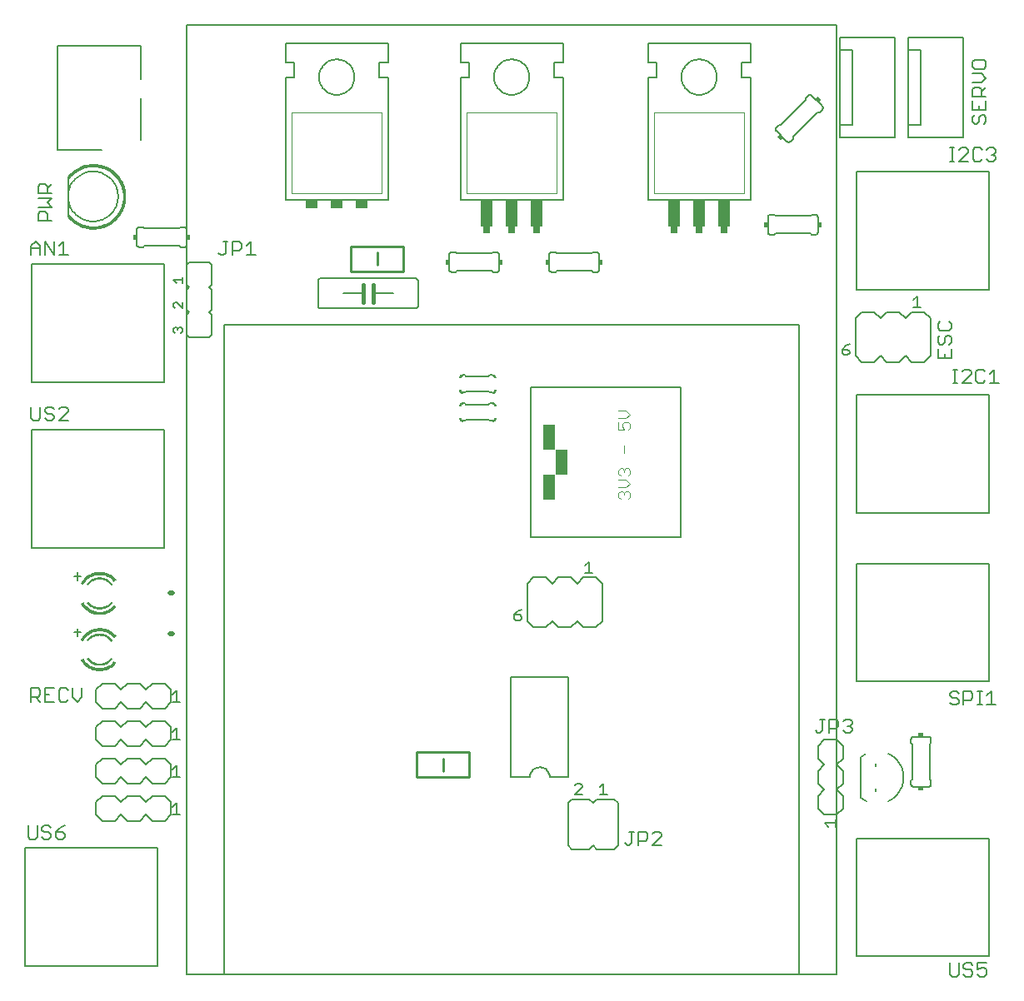
<source format=gto>
G75*
%MOIN*%
%OFA0B0*%
%FSLAX24Y24*%
%IPPOS*%
%LPD*%
%AMOC8*
5,1,8,0,0,1.08239X$1,22.5*
%
%ADD10C,0.0050*%
%ADD11C,0.0040*%
%ADD12R,0.0500X0.1000*%
%ADD13C,0.0060*%
%ADD14C,0.0100*%
%ADD15R,0.0200X0.0150*%
%ADD16C,0.0080*%
%ADD17C,0.0006*%
%ADD18R,0.0150X0.0200*%
%ADD19C,0.0010*%
%ADD20C,0.0020*%
%ADD21R,0.0500X0.0350*%
%ADD22C,0.0160*%
%ADD23R,0.0300X0.0250*%
%ADD24R,0.0500X0.1100*%
%ADD25C,0.0200*%
D10*
X004209Y003649D02*
X004209Y004043D01*
X004209Y004122D01*
X004209Y008374D01*
X009524Y008374D01*
X009524Y003649D01*
X004209Y003649D01*
X004422Y008733D02*
X004605Y008733D01*
X004697Y008825D01*
X004697Y009284D01*
X004882Y009192D02*
X004882Y009100D01*
X004974Y009009D01*
X005158Y009009D01*
X005249Y008917D01*
X005249Y008825D01*
X005158Y008733D01*
X004974Y008733D01*
X004882Y008825D01*
X004882Y009192D02*
X004974Y009284D01*
X005158Y009284D01*
X005249Y009192D01*
X005435Y009009D02*
X005710Y009009D01*
X005802Y008917D01*
X005802Y008825D01*
X005710Y008733D01*
X005527Y008733D01*
X005435Y008825D01*
X005435Y009009D01*
X005618Y009192D01*
X005802Y009284D01*
X004330Y009284D02*
X004330Y008825D01*
X004422Y008733D01*
X004455Y014233D02*
X004455Y014784D01*
X004730Y014784D01*
X004822Y014692D01*
X004822Y014509D01*
X004730Y014417D01*
X004455Y014417D01*
X004638Y014417D02*
X004822Y014233D01*
X005007Y014233D02*
X005374Y014233D01*
X005560Y014325D02*
X005652Y014233D01*
X005835Y014233D01*
X005927Y014325D01*
X006112Y014417D02*
X006296Y014233D01*
X006479Y014417D01*
X006479Y014784D01*
X006112Y014784D02*
X006112Y014417D01*
X005927Y014692D02*
X005835Y014784D01*
X005652Y014784D01*
X005560Y014692D01*
X005560Y014325D01*
X005191Y014509D02*
X005007Y014509D01*
X005007Y014784D02*
X005007Y014233D01*
X005007Y014784D02*
X005374Y014784D01*
X006300Y016853D02*
X006300Y017163D01*
X006160Y017013D02*
X006450Y017013D01*
X006300Y019103D02*
X006300Y019413D01*
X006160Y019263D02*
X006450Y019263D01*
X004459Y020399D02*
X004459Y020793D01*
X004459Y020872D01*
X004459Y025124D01*
X009774Y025124D01*
X009774Y020399D01*
X004459Y020399D01*
X004547Y025483D02*
X004730Y025483D01*
X004822Y025575D01*
X004822Y026034D01*
X005007Y025942D02*
X005007Y025850D01*
X005099Y025759D01*
X005283Y025759D01*
X005374Y025667D01*
X005374Y025575D01*
X005283Y025483D01*
X005099Y025483D01*
X005007Y025575D01*
X005007Y025942D02*
X005099Y026034D01*
X005283Y026034D01*
X005374Y025942D01*
X005560Y025942D02*
X005652Y026034D01*
X005835Y026034D01*
X005927Y025942D01*
X005927Y025850D01*
X005560Y025483D01*
X005927Y025483D01*
X004547Y025483D02*
X004455Y025575D01*
X004455Y026034D01*
X004459Y027024D02*
X004459Y027418D01*
X004459Y027497D01*
X004459Y031749D01*
X009774Y031749D01*
X009774Y027024D01*
X004459Y027024D01*
X004455Y032108D02*
X004455Y032475D01*
X004638Y032659D01*
X004822Y032475D01*
X004822Y032108D01*
X005007Y032108D02*
X005007Y032659D01*
X005374Y032108D01*
X005374Y032659D01*
X005560Y032475D02*
X005743Y032659D01*
X005743Y032108D01*
X005560Y032108D02*
X005927Y032108D01*
X004822Y032384D02*
X004455Y032384D01*
X004730Y033483D02*
X004730Y033759D01*
X004821Y033850D01*
X005005Y033850D01*
X005097Y033759D01*
X005097Y033483D01*
X005280Y033483D02*
X004730Y033483D01*
X004730Y034036D02*
X005280Y034036D01*
X005097Y034219D01*
X005280Y034403D01*
X004730Y034403D01*
X004730Y034588D02*
X004730Y034863D01*
X004821Y034955D01*
X005005Y034955D01*
X005097Y034863D01*
X005097Y034588D01*
X005280Y034588D02*
X004730Y034588D01*
X005097Y034772D02*
X005280Y034955D01*
X010155Y031113D02*
X010495Y031113D01*
X010495Y031226D02*
X010495Y030999D01*
X010268Y030999D02*
X010155Y031113D01*
X010211Y030226D02*
X010155Y030169D01*
X010155Y030056D01*
X010211Y029999D01*
X010211Y030226D02*
X010268Y030226D01*
X010495Y029999D01*
X010495Y030226D01*
X010438Y029226D02*
X010495Y029169D01*
X010495Y029056D01*
X010438Y028999D01*
X010325Y029113D02*
X010325Y029169D01*
X010382Y029226D01*
X010438Y029226D01*
X010325Y029169D02*
X010268Y029226D01*
X010211Y029226D01*
X010155Y029169D01*
X010155Y029056D01*
X010211Y028999D01*
X012180Y029333D02*
X012180Y003333D01*
X035180Y003333D01*
X035180Y029333D01*
X012180Y029333D01*
X012138Y032108D02*
X012230Y032200D01*
X012230Y032659D01*
X012138Y032659D02*
X012322Y032659D01*
X012507Y032659D02*
X012507Y032108D01*
X012507Y032292D02*
X012783Y032292D01*
X012874Y032384D01*
X012874Y032567D01*
X012783Y032659D01*
X012507Y032659D01*
X013060Y032475D02*
X013243Y032659D01*
X013243Y032108D01*
X013060Y032108D02*
X013427Y032108D01*
X012138Y032108D02*
X012047Y032108D01*
X011955Y032200D01*
X010680Y041333D02*
X036680Y041333D01*
X036680Y003333D01*
X010680Y003333D01*
X010680Y041333D01*
X024430Y026833D02*
X024430Y020833D01*
X030430Y020833D01*
X030430Y026833D01*
X024430Y026833D01*
X026770Y019834D02*
X026770Y019383D01*
X026620Y019383D02*
X026920Y019383D01*
X026620Y019684D02*
X026770Y019834D01*
X024070Y017934D02*
X023920Y017859D01*
X023770Y017708D01*
X023995Y017708D01*
X024070Y017633D01*
X024070Y017558D01*
X023995Y017483D01*
X023845Y017483D01*
X023770Y017558D01*
X023770Y017708D01*
X026270Y010959D02*
X026195Y010884D01*
X026270Y010959D02*
X026420Y010959D01*
X026495Y010884D01*
X026495Y010809D01*
X026195Y010508D01*
X026495Y010508D01*
X027195Y010508D02*
X027495Y010508D01*
X027345Y010508D02*
X027345Y010959D01*
X027195Y010809D01*
X028388Y009034D02*
X028572Y009034D01*
X028480Y009034D02*
X028480Y008575D01*
X028388Y008483D01*
X028297Y008483D01*
X028205Y008575D01*
X028757Y008483D02*
X028757Y009034D01*
X029033Y009034D01*
X029124Y008942D01*
X029124Y008759D01*
X029033Y008667D01*
X028757Y008667D01*
X029310Y008483D02*
X029677Y008850D01*
X029677Y008942D01*
X029585Y009034D01*
X029402Y009034D01*
X029310Y008942D01*
X029310Y008483D02*
X029677Y008483D01*
X035830Y013075D02*
X035922Y012983D01*
X036013Y012983D01*
X036105Y013075D01*
X036105Y013534D01*
X036013Y013534D02*
X036197Y013534D01*
X036382Y013534D02*
X036658Y013534D01*
X036749Y013442D01*
X036749Y013259D01*
X036658Y013167D01*
X036382Y013167D01*
X036382Y012983D02*
X036382Y013534D01*
X036935Y013442D02*
X037027Y013534D01*
X037210Y013534D01*
X037302Y013442D01*
X037302Y013350D01*
X037210Y013259D01*
X037302Y013167D01*
X037302Y013075D01*
X037210Y012983D01*
X037027Y012983D01*
X036935Y013075D01*
X037118Y013259D02*
X037210Y013259D01*
X037655Y012033D02*
X037655Y010383D01*
X038255Y010656D02*
X038255Y010761D01*
X037867Y010254D02*
X037811Y010281D01*
X037757Y010312D01*
X037705Y010346D01*
X037655Y010383D01*
X038752Y010258D02*
X038809Y010287D01*
X038865Y010320D01*
X038918Y010355D01*
X038969Y010395D01*
X039017Y010437D01*
X039063Y010482D01*
X039106Y010529D01*
X039146Y010579D01*
X039183Y010632D01*
X039216Y010687D01*
X039247Y010743D01*
X039273Y010802D01*
X039296Y010862D01*
X039316Y010923D01*
X039331Y010985D01*
X039343Y011048D01*
X039351Y011112D01*
X039355Y011176D01*
X039355Y011240D01*
X039351Y011304D01*
X039343Y011368D01*
X039331Y011431D01*
X039316Y011493D01*
X039296Y011554D01*
X039273Y011614D01*
X039247Y011673D01*
X039216Y011729D01*
X039183Y011784D01*
X039146Y011837D01*
X039106Y011887D01*
X039063Y011934D01*
X039017Y011979D01*
X038969Y012021D01*
X038918Y012061D01*
X038865Y012096D01*
X038809Y012129D01*
X038752Y012158D01*
X038255Y011761D02*
X038255Y011656D01*
X037858Y012158D02*
X037804Y012131D01*
X037753Y012101D01*
X037703Y012068D01*
X037655Y012033D01*
X036655Y009534D02*
X036655Y009233D01*
X036655Y009383D02*
X036205Y009383D01*
X036355Y009233D01*
X037461Y008767D02*
X042776Y008767D01*
X042776Y008374D01*
X042776Y008295D01*
X042776Y004043D01*
X037461Y004043D01*
X037461Y008767D01*
X041205Y003784D02*
X041205Y003325D01*
X041297Y003233D01*
X041480Y003233D01*
X041572Y003325D01*
X041572Y003784D01*
X041757Y003692D02*
X041757Y003600D01*
X041849Y003509D01*
X042033Y003509D01*
X042124Y003417D01*
X042124Y003325D01*
X042033Y003233D01*
X041849Y003233D01*
X041757Y003325D01*
X041757Y003692D02*
X041849Y003784D01*
X042033Y003784D01*
X042124Y003692D01*
X042310Y003784D02*
X042310Y003509D01*
X042493Y003600D01*
X042585Y003600D01*
X042677Y003509D01*
X042677Y003325D01*
X042585Y003233D01*
X042402Y003233D01*
X042310Y003325D01*
X042310Y003784D02*
X042677Y003784D01*
X042678Y014108D02*
X043045Y014108D01*
X042862Y014108D02*
X042862Y014659D01*
X042678Y014475D01*
X042493Y014659D02*
X042310Y014659D01*
X042402Y014659D02*
X042402Y014108D01*
X042493Y014108D02*
X042310Y014108D01*
X042124Y014384D02*
X042033Y014292D01*
X041757Y014292D01*
X041757Y014108D02*
X041757Y014659D01*
X042033Y014659D01*
X042124Y014567D01*
X042124Y014384D01*
X041572Y014292D02*
X041572Y014200D01*
X041480Y014108D01*
X041297Y014108D01*
X041205Y014200D01*
X041297Y014384D02*
X041480Y014384D01*
X041572Y014292D01*
X041572Y014567D02*
X041480Y014659D01*
X041297Y014659D01*
X041205Y014567D01*
X041205Y014475D01*
X041297Y014384D01*
X042776Y015043D02*
X037461Y015043D01*
X037461Y019767D01*
X042776Y019767D01*
X042776Y019374D01*
X042776Y019295D01*
X042776Y015043D01*
X042776Y021793D02*
X037461Y021793D01*
X037461Y026517D01*
X042776Y026517D01*
X042776Y026124D01*
X042776Y026045D01*
X042776Y021793D01*
X042803Y026983D02*
X043170Y026983D01*
X042987Y026983D02*
X042987Y027534D01*
X042803Y027350D01*
X042618Y027442D02*
X042526Y027534D01*
X042343Y027534D01*
X042251Y027442D01*
X042251Y027075D01*
X042343Y026983D01*
X042526Y026983D01*
X042618Y027075D01*
X042065Y026983D02*
X041698Y026983D01*
X042065Y027350D01*
X042065Y027442D01*
X041974Y027534D01*
X041790Y027534D01*
X041698Y027442D01*
X041513Y027534D02*
X041330Y027534D01*
X041422Y027534D02*
X041422Y026983D01*
X041513Y026983D02*
X041330Y026983D01*
X041280Y027983D02*
X040730Y027983D01*
X040730Y028350D01*
X040821Y028536D02*
X040913Y028536D01*
X041005Y028627D01*
X041005Y028811D01*
X041097Y028903D01*
X041188Y028903D01*
X041280Y028811D01*
X041280Y028627D01*
X041188Y028536D01*
X041280Y028350D02*
X041280Y027983D01*
X041005Y027983D02*
X041005Y028167D01*
X040821Y028536D02*
X040730Y028627D01*
X040730Y028811D01*
X040821Y028903D01*
X040821Y029088D02*
X041188Y029088D01*
X041280Y029180D01*
X041280Y029363D01*
X041188Y029455D01*
X040821Y029455D02*
X040730Y029363D01*
X040730Y029180D01*
X040821Y029088D01*
X040045Y030008D02*
X039745Y030008D01*
X039895Y030008D02*
X039895Y030459D01*
X039745Y030309D01*
X037461Y030737D02*
X042776Y030737D01*
X042776Y034989D01*
X042776Y035068D01*
X042776Y035461D01*
X037461Y035461D01*
X037461Y030737D01*
X037195Y028559D02*
X037045Y028484D01*
X036895Y028333D01*
X037120Y028333D01*
X037195Y028258D01*
X037195Y028183D01*
X037120Y028108D01*
X036970Y028108D01*
X036895Y028183D01*
X036895Y028333D01*
X041205Y035858D02*
X041388Y035858D01*
X041297Y035858D02*
X041297Y036409D01*
X041388Y036409D02*
X041205Y036409D01*
X041573Y036317D02*
X041665Y036409D01*
X041849Y036409D01*
X041940Y036317D01*
X041940Y036225D01*
X041573Y035858D01*
X041940Y035858D01*
X042126Y035950D02*
X042126Y036317D01*
X042218Y036409D01*
X042401Y036409D01*
X042493Y036317D01*
X042678Y036317D02*
X042770Y036409D01*
X042953Y036409D01*
X043045Y036317D01*
X043045Y036225D01*
X042953Y036134D01*
X043045Y036042D01*
X043045Y035950D01*
X042953Y035858D01*
X042770Y035858D01*
X042678Y035950D01*
X042493Y035950D02*
X042401Y035858D01*
X042218Y035858D01*
X042126Y035950D01*
X042862Y036134D02*
X042953Y036134D01*
X042563Y037358D02*
X042655Y037450D01*
X042655Y037634D01*
X042563Y037725D01*
X042472Y037725D01*
X042380Y037634D01*
X042380Y037450D01*
X042288Y037358D01*
X042196Y037358D01*
X042105Y037450D01*
X042105Y037634D01*
X042196Y037725D01*
X042105Y037911D02*
X042655Y037911D01*
X042655Y038278D01*
X042655Y038463D02*
X042105Y038463D01*
X042105Y038738D01*
X042196Y038830D01*
X042380Y038830D01*
X042472Y038738D01*
X042472Y038463D01*
X042472Y038647D02*
X042655Y038830D01*
X042472Y039016D02*
X042655Y039199D01*
X042472Y039383D01*
X042105Y039383D01*
X042196Y039568D02*
X042563Y039568D01*
X042655Y039660D01*
X042655Y039843D01*
X042563Y039935D01*
X042196Y039935D01*
X042105Y039843D01*
X042105Y039660D01*
X042196Y039568D01*
X042105Y039016D02*
X042472Y039016D01*
X042105Y038278D02*
X042105Y037911D01*
X042380Y037911D02*
X042380Y038094D01*
X041755Y036833D02*
X041755Y040833D01*
X039555Y040833D01*
X039555Y040333D01*
X040055Y040333D01*
X040055Y037333D01*
X039555Y037333D01*
X039555Y040333D01*
X039005Y040833D02*
X039005Y036833D01*
X036805Y036833D01*
X036805Y037333D01*
X037305Y037333D01*
X037305Y040333D01*
X036805Y040333D01*
X036805Y040833D01*
X039005Y040833D01*
X036805Y040333D02*
X036805Y037333D01*
X039555Y037333D02*
X039555Y036833D01*
X041755Y036833D01*
X010270Y014684D02*
X010270Y014233D01*
X010120Y014233D02*
X010420Y014233D01*
X010120Y014534D02*
X010270Y014684D01*
X010270Y013184D02*
X010270Y012733D01*
X010120Y012733D02*
X010420Y012733D01*
X010120Y013034D02*
X010270Y013184D01*
X010270Y011684D02*
X010270Y011233D01*
X010120Y011233D02*
X010420Y011233D01*
X010120Y011534D02*
X010270Y011684D01*
X010270Y010184D02*
X010270Y009733D01*
X010120Y009733D02*
X010420Y009733D01*
X010120Y010034D02*
X010270Y010184D01*
D11*
X027950Y022430D02*
X027950Y022583D01*
X028026Y022660D01*
X028103Y022660D01*
X028180Y022583D01*
X028257Y022660D01*
X028333Y022660D01*
X028410Y022583D01*
X028410Y022430D01*
X028333Y022353D01*
X028180Y022507D02*
X028180Y022583D01*
X028257Y022814D02*
X027950Y022814D01*
X028257Y022814D02*
X028410Y022967D01*
X028257Y023121D01*
X027950Y023121D01*
X028026Y023274D02*
X027950Y023351D01*
X027950Y023504D01*
X028026Y023581D01*
X028103Y023581D01*
X028180Y023504D01*
X028257Y023581D01*
X028333Y023581D01*
X028410Y023504D01*
X028410Y023351D01*
X028333Y023274D01*
X028180Y023428D02*
X028180Y023504D01*
X028180Y024195D02*
X028180Y024502D01*
X028180Y025116D02*
X028103Y025269D01*
X028103Y025346D01*
X028180Y025423D01*
X028333Y025423D01*
X028410Y025346D01*
X028410Y025192D01*
X028333Y025116D01*
X028180Y025116D02*
X027950Y025116D01*
X027950Y025423D01*
X027950Y025576D02*
X028257Y025576D01*
X028410Y025729D01*
X028257Y025883D01*
X027950Y025883D01*
X027950Y022430D02*
X028026Y022353D01*
D12*
X025680Y023833D03*
X025180Y022833D03*
X025180Y024833D03*
D13*
X022905Y025483D02*
X022805Y025483D01*
X022755Y025533D01*
X021855Y025533D01*
X021805Y025483D01*
X021705Y025483D01*
X021855Y026133D02*
X022755Y026133D01*
X022805Y026183D01*
X022905Y026183D01*
X022905Y026608D02*
X022805Y026608D01*
X022755Y026658D01*
X021855Y026658D01*
X021805Y026608D01*
X021705Y026608D01*
X021705Y026183D02*
X021805Y026183D01*
X021855Y026133D01*
X021855Y027258D02*
X022755Y027258D01*
X022805Y027308D01*
X022905Y027308D01*
X021855Y027258D02*
X021805Y027308D01*
X021705Y027308D01*
X019830Y029983D02*
X016030Y029983D01*
X016013Y029985D01*
X015996Y029989D01*
X015980Y029996D01*
X015966Y030006D01*
X015953Y030019D01*
X015943Y030033D01*
X015936Y030049D01*
X015932Y030066D01*
X015930Y030083D01*
X015930Y031083D01*
X015932Y031100D01*
X015936Y031117D01*
X015943Y031133D01*
X015953Y031147D01*
X015966Y031160D01*
X015980Y031170D01*
X015996Y031177D01*
X016013Y031181D01*
X016030Y031183D01*
X019830Y031183D01*
X019847Y031181D01*
X019864Y031177D01*
X019880Y031170D01*
X019894Y031160D01*
X019907Y031147D01*
X019917Y031133D01*
X019924Y031117D01*
X019928Y031100D01*
X019930Y031083D01*
X019930Y030083D01*
X019928Y030066D01*
X019924Y030049D01*
X019917Y030033D01*
X019907Y030019D01*
X019894Y030006D01*
X019880Y029996D01*
X019864Y029989D01*
X019847Y029985D01*
X019830Y029983D01*
X018930Y030583D02*
X018130Y030583D01*
X017730Y030583D02*
X016930Y030583D01*
X018730Y034333D02*
X014630Y034333D01*
X014630Y039233D01*
X014980Y039233D01*
X014980Y039833D01*
X014630Y039833D01*
X014630Y040583D01*
X018730Y040583D01*
X018730Y039833D01*
X018380Y039833D01*
X018380Y039233D01*
X018730Y039233D01*
X018730Y034333D01*
X021180Y032133D02*
X021180Y031533D01*
X021182Y031516D01*
X021186Y031499D01*
X021193Y031483D01*
X021203Y031469D01*
X021216Y031456D01*
X021230Y031446D01*
X021246Y031439D01*
X021263Y031435D01*
X021280Y031433D01*
X021430Y031433D01*
X021480Y031483D01*
X022880Y031483D01*
X022930Y031433D01*
X023080Y031433D01*
X023097Y031435D01*
X023114Y031439D01*
X023130Y031446D01*
X023144Y031456D01*
X023157Y031469D01*
X023167Y031483D01*
X023174Y031499D01*
X023178Y031516D01*
X023180Y031533D01*
X023180Y032133D01*
X023178Y032150D01*
X023174Y032167D01*
X023167Y032183D01*
X023157Y032197D01*
X023144Y032210D01*
X023130Y032220D01*
X023114Y032227D01*
X023097Y032231D01*
X023080Y032233D01*
X022930Y032233D01*
X022880Y032183D01*
X021480Y032183D01*
X021430Y032233D01*
X021280Y032233D01*
X021263Y032231D01*
X021246Y032227D01*
X021230Y032220D01*
X021216Y032210D01*
X021203Y032197D01*
X021193Y032183D01*
X021186Y032167D01*
X021182Y032150D01*
X021180Y032133D01*
X021630Y034333D02*
X021630Y039233D01*
X021980Y039233D01*
X021980Y039833D01*
X021630Y039833D01*
X021630Y040583D01*
X025730Y040583D01*
X025730Y039833D01*
X025380Y039833D01*
X025380Y039233D01*
X025730Y039233D01*
X025730Y034333D01*
X021630Y034333D01*
X025180Y032133D02*
X025180Y031533D01*
X025182Y031516D01*
X025186Y031499D01*
X025193Y031483D01*
X025203Y031469D01*
X025216Y031456D01*
X025230Y031446D01*
X025246Y031439D01*
X025263Y031435D01*
X025280Y031433D01*
X025430Y031433D01*
X025480Y031483D01*
X026880Y031483D01*
X026930Y031433D01*
X027080Y031433D01*
X027097Y031435D01*
X027114Y031439D01*
X027130Y031446D01*
X027144Y031456D01*
X027157Y031469D01*
X027167Y031483D01*
X027174Y031499D01*
X027178Y031516D01*
X027180Y031533D01*
X027180Y032133D01*
X027178Y032150D01*
X027174Y032167D01*
X027167Y032183D01*
X027157Y032197D01*
X027144Y032210D01*
X027130Y032220D01*
X027114Y032227D01*
X027097Y032231D01*
X027080Y032233D01*
X026930Y032233D01*
X026880Y032183D01*
X025480Y032183D01*
X025430Y032233D01*
X025280Y032233D01*
X025263Y032231D01*
X025246Y032227D01*
X025230Y032220D01*
X025216Y032210D01*
X025203Y032197D01*
X025193Y032183D01*
X025186Y032167D01*
X025182Y032150D01*
X025180Y032133D01*
X029130Y034333D02*
X029130Y039233D01*
X029480Y039233D01*
X029480Y039833D01*
X029130Y039833D01*
X029130Y040583D01*
X033230Y040583D01*
X033230Y039833D01*
X032880Y039833D01*
X032880Y039233D01*
X033230Y039233D01*
X033230Y034333D01*
X029130Y034333D01*
X033930Y033633D02*
X033930Y033033D01*
X033932Y033016D01*
X033936Y032999D01*
X033943Y032983D01*
X033953Y032969D01*
X033966Y032956D01*
X033980Y032946D01*
X033996Y032939D01*
X034013Y032935D01*
X034030Y032933D01*
X034180Y032933D01*
X034230Y032983D01*
X035630Y032983D01*
X035680Y032933D01*
X035830Y032933D01*
X035847Y032935D01*
X035864Y032939D01*
X035880Y032946D01*
X035894Y032956D01*
X035907Y032969D01*
X035917Y032983D01*
X035924Y032999D01*
X035928Y033016D01*
X035930Y033033D01*
X035930Y033633D01*
X035928Y033650D01*
X035924Y033667D01*
X035917Y033683D01*
X035907Y033697D01*
X035894Y033710D01*
X035880Y033720D01*
X035864Y033727D01*
X035847Y033731D01*
X035830Y033733D01*
X035680Y033733D01*
X035630Y033683D01*
X034230Y033683D01*
X034180Y033733D01*
X034030Y033733D01*
X034013Y033731D01*
X033996Y033727D01*
X033980Y033720D01*
X033966Y033710D01*
X033953Y033697D01*
X033943Y033683D01*
X033936Y033667D01*
X033932Y033650D01*
X033930Y033633D01*
X034685Y036664D02*
X034261Y037088D01*
X034260Y037088D02*
X034249Y037102D01*
X034240Y037117D01*
X034234Y037133D01*
X034231Y037150D01*
X034231Y037168D01*
X034234Y037185D01*
X034240Y037201D01*
X034249Y037216D01*
X034260Y037230D01*
X034261Y037230D02*
X034367Y037336D01*
X034438Y037336D01*
X035427Y038326D01*
X035427Y038396D01*
X035534Y038503D01*
X035533Y038503D02*
X035547Y038514D01*
X035562Y038523D01*
X035578Y038529D01*
X035595Y038532D01*
X035613Y038532D01*
X035630Y038529D01*
X035646Y038523D01*
X035661Y038514D01*
X035675Y038503D01*
X036099Y038078D01*
X036100Y038079D02*
X036111Y038065D01*
X036120Y038050D01*
X036126Y038034D01*
X036129Y038017D01*
X036129Y037999D01*
X036126Y037982D01*
X036120Y037966D01*
X036111Y037951D01*
X036100Y037937D01*
X036099Y037937D02*
X035993Y037831D01*
X035922Y037831D01*
X034933Y036841D01*
X034933Y036770D01*
X034826Y036664D01*
X034827Y036664D02*
X034813Y036653D01*
X034798Y036644D01*
X034782Y036638D01*
X034765Y036635D01*
X034747Y036635D01*
X034730Y036638D01*
X034714Y036644D01*
X034699Y036653D01*
X034685Y036664D01*
X030470Y039233D02*
X030472Y039286D01*
X030478Y039339D01*
X030488Y039391D01*
X030502Y039442D01*
X030519Y039492D01*
X030540Y039541D01*
X030565Y039588D01*
X030593Y039633D01*
X030625Y039676D01*
X030660Y039716D01*
X030697Y039753D01*
X030737Y039788D01*
X030780Y039820D01*
X030825Y039848D01*
X030872Y039873D01*
X030921Y039894D01*
X030971Y039911D01*
X031022Y039925D01*
X031074Y039935D01*
X031127Y039941D01*
X031180Y039943D01*
X031233Y039941D01*
X031286Y039935D01*
X031338Y039925D01*
X031389Y039911D01*
X031439Y039894D01*
X031488Y039873D01*
X031535Y039848D01*
X031580Y039820D01*
X031623Y039788D01*
X031663Y039753D01*
X031700Y039716D01*
X031735Y039676D01*
X031767Y039633D01*
X031795Y039588D01*
X031820Y039541D01*
X031841Y039492D01*
X031858Y039442D01*
X031872Y039391D01*
X031882Y039339D01*
X031888Y039286D01*
X031890Y039233D01*
X031888Y039180D01*
X031882Y039127D01*
X031872Y039075D01*
X031858Y039024D01*
X031841Y038974D01*
X031820Y038925D01*
X031795Y038878D01*
X031767Y038833D01*
X031735Y038790D01*
X031700Y038750D01*
X031663Y038713D01*
X031623Y038678D01*
X031580Y038646D01*
X031535Y038618D01*
X031488Y038593D01*
X031439Y038572D01*
X031389Y038555D01*
X031338Y038541D01*
X031286Y038531D01*
X031233Y038525D01*
X031180Y038523D01*
X031127Y038525D01*
X031074Y038531D01*
X031022Y038541D01*
X030971Y038555D01*
X030921Y038572D01*
X030872Y038593D01*
X030825Y038618D01*
X030780Y038646D01*
X030737Y038678D01*
X030697Y038713D01*
X030660Y038750D01*
X030625Y038790D01*
X030593Y038833D01*
X030565Y038878D01*
X030540Y038925D01*
X030519Y038974D01*
X030502Y039024D01*
X030488Y039075D01*
X030478Y039127D01*
X030472Y039180D01*
X030470Y039233D01*
X022970Y039233D02*
X022972Y039286D01*
X022978Y039339D01*
X022988Y039391D01*
X023002Y039442D01*
X023019Y039492D01*
X023040Y039541D01*
X023065Y039588D01*
X023093Y039633D01*
X023125Y039676D01*
X023160Y039716D01*
X023197Y039753D01*
X023237Y039788D01*
X023280Y039820D01*
X023325Y039848D01*
X023372Y039873D01*
X023421Y039894D01*
X023471Y039911D01*
X023522Y039925D01*
X023574Y039935D01*
X023627Y039941D01*
X023680Y039943D01*
X023733Y039941D01*
X023786Y039935D01*
X023838Y039925D01*
X023889Y039911D01*
X023939Y039894D01*
X023988Y039873D01*
X024035Y039848D01*
X024080Y039820D01*
X024123Y039788D01*
X024163Y039753D01*
X024200Y039716D01*
X024235Y039676D01*
X024267Y039633D01*
X024295Y039588D01*
X024320Y039541D01*
X024341Y039492D01*
X024358Y039442D01*
X024372Y039391D01*
X024382Y039339D01*
X024388Y039286D01*
X024390Y039233D01*
X024388Y039180D01*
X024382Y039127D01*
X024372Y039075D01*
X024358Y039024D01*
X024341Y038974D01*
X024320Y038925D01*
X024295Y038878D01*
X024267Y038833D01*
X024235Y038790D01*
X024200Y038750D01*
X024163Y038713D01*
X024123Y038678D01*
X024080Y038646D01*
X024035Y038618D01*
X023988Y038593D01*
X023939Y038572D01*
X023889Y038555D01*
X023838Y038541D01*
X023786Y038531D01*
X023733Y038525D01*
X023680Y038523D01*
X023627Y038525D01*
X023574Y038531D01*
X023522Y038541D01*
X023471Y038555D01*
X023421Y038572D01*
X023372Y038593D01*
X023325Y038618D01*
X023280Y038646D01*
X023237Y038678D01*
X023197Y038713D01*
X023160Y038750D01*
X023125Y038790D01*
X023093Y038833D01*
X023065Y038878D01*
X023040Y038925D01*
X023019Y038974D01*
X023002Y039024D01*
X022988Y039075D01*
X022978Y039127D01*
X022972Y039180D01*
X022970Y039233D01*
X015970Y039233D02*
X015972Y039286D01*
X015978Y039339D01*
X015988Y039391D01*
X016002Y039442D01*
X016019Y039492D01*
X016040Y039541D01*
X016065Y039588D01*
X016093Y039633D01*
X016125Y039676D01*
X016160Y039716D01*
X016197Y039753D01*
X016237Y039788D01*
X016280Y039820D01*
X016325Y039848D01*
X016372Y039873D01*
X016421Y039894D01*
X016471Y039911D01*
X016522Y039925D01*
X016574Y039935D01*
X016627Y039941D01*
X016680Y039943D01*
X016733Y039941D01*
X016786Y039935D01*
X016838Y039925D01*
X016889Y039911D01*
X016939Y039894D01*
X016988Y039873D01*
X017035Y039848D01*
X017080Y039820D01*
X017123Y039788D01*
X017163Y039753D01*
X017200Y039716D01*
X017235Y039676D01*
X017267Y039633D01*
X017295Y039588D01*
X017320Y039541D01*
X017341Y039492D01*
X017358Y039442D01*
X017372Y039391D01*
X017382Y039339D01*
X017388Y039286D01*
X017390Y039233D01*
X017388Y039180D01*
X017382Y039127D01*
X017372Y039075D01*
X017358Y039024D01*
X017341Y038974D01*
X017320Y038925D01*
X017295Y038878D01*
X017267Y038833D01*
X017235Y038790D01*
X017200Y038750D01*
X017163Y038713D01*
X017123Y038678D01*
X017080Y038646D01*
X017035Y038618D01*
X016988Y038593D01*
X016939Y038572D01*
X016889Y038555D01*
X016838Y038541D01*
X016786Y038531D01*
X016733Y038525D01*
X016680Y038523D01*
X016627Y038525D01*
X016574Y038531D01*
X016522Y038541D01*
X016471Y038555D01*
X016421Y038572D01*
X016372Y038593D01*
X016325Y038618D01*
X016280Y038646D01*
X016237Y038678D01*
X016197Y038713D01*
X016160Y038750D01*
X016125Y038790D01*
X016093Y038833D01*
X016065Y038878D01*
X016040Y038925D01*
X016019Y038974D01*
X016002Y039024D01*
X015988Y039075D01*
X015978Y039127D01*
X015972Y039180D01*
X015970Y039233D01*
X010580Y033233D02*
X010430Y033233D01*
X010380Y033183D01*
X008980Y033183D01*
X008930Y033233D01*
X008780Y033233D01*
X008763Y033231D01*
X008746Y033227D01*
X008730Y033220D01*
X008716Y033210D01*
X008703Y033197D01*
X008693Y033183D01*
X008686Y033167D01*
X008682Y033150D01*
X008680Y033133D01*
X008680Y032533D01*
X008682Y032516D01*
X008686Y032499D01*
X008693Y032483D01*
X008703Y032469D01*
X008716Y032456D01*
X008730Y032446D01*
X008746Y032439D01*
X008763Y032435D01*
X008780Y032433D01*
X008930Y032433D01*
X008980Y032483D01*
X010380Y032483D01*
X010430Y032433D01*
X010580Y032433D01*
X010597Y032435D01*
X010614Y032439D01*
X010630Y032446D01*
X010644Y032456D01*
X010657Y032469D01*
X010667Y032483D01*
X010674Y032499D01*
X010678Y032516D01*
X010680Y032533D01*
X010680Y033133D01*
X010678Y033150D01*
X010674Y033167D01*
X010667Y033183D01*
X010657Y033197D01*
X010644Y033210D01*
X010630Y033220D01*
X010614Y033227D01*
X010597Y033231D01*
X010580Y033233D01*
X010780Y031833D02*
X010680Y031733D01*
X010680Y030933D01*
X010780Y030833D01*
X010680Y030733D01*
X010680Y029933D01*
X010780Y029833D01*
X010680Y029733D01*
X010680Y028933D01*
X010780Y028833D01*
X011580Y028833D01*
X011680Y028933D01*
X011680Y029733D01*
X011580Y029833D01*
X011680Y029933D01*
X011680Y030733D01*
X011580Y030833D01*
X011680Y030933D01*
X011680Y031733D01*
X011580Y031833D01*
X010780Y031833D01*
X005930Y034458D02*
X005932Y034521D01*
X005938Y034583D01*
X005948Y034645D01*
X005961Y034707D01*
X005979Y034767D01*
X006000Y034826D01*
X006025Y034884D01*
X006054Y034940D01*
X006086Y034994D01*
X006121Y035046D01*
X006159Y035095D01*
X006201Y035143D01*
X006245Y035187D01*
X006293Y035229D01*
X006342Y035267D01*
X006394Y035302D01*
X006448Y035334D01*
X006504Y035363D01*
X006562Y035388D01*
X006621Y035409D01*
X006681Y035427D01*
X006743Y035440D01*
X006805Y035450D01*
X006867Y035456D01*
X006930Y035458D01*
X006993Y035456D01*
X007055Y035450D01*
X007117Y035440D01*
X007179Y035427D01*
X007239Y035409D01*
X007298Y035388D01*
X007356Y035363D01*
X007412Y035334D01*
X007466Y035302D01*
X007518Y035267D01*
X007567Y035229D01*
X007615Y035187D01*
X007659Y035143D01*
X007701Y035095D01*
X007739Y035046D01*
X007774Y034994D01*
X007806Y034940D01*
X007835Y034884D01*
X007860Y034826D01*
X007881Y034767D01*
X007899Y034707D01*
X007912Y034645D01*
X007922Y034583D01*
X007928Y034521D01*
X007930Y034458D01*
X007928Y034395D01*
X007922Y034333D01*
X007912Y034271D01*
X007899Y034209D01*
X007881Y034149D01*
X007860Y034090D01*
X007835Y034032D01*
X007806Y033976D01*
X007774Y033922D01*
X007739Y033870D01*
X007701Y033821D01*
X007659Y033773D01*
X007615Y033729D01*
X007567Y033687D01*
X007518Y033649D01*
X007466Y033614D01*
X007412Y033582D01*
X007356Y033553D01*
X007298Y033528D01*
X007239Y033507D01*
X007179Y033489D01*
X007117Y033476D01*
X007055Y033466D01*
X006993Y033460D01*
X006930Y033458D01*
X006867Y033460D01*
X006805Y033466D01*
X006743Y033476D01*
X006681Y033489D01*
X006621Y033507D01*
X006562Y033528D01*
X006504Y033553D01*
X006448Y033582D01*
X006394Y033614D01*
X006342Y033649D01*
X006293Y033687D01*
X006245Y033729D01*
X006201Y033773D01*
X006159Y033821D01*
X006121Y033870D01*
X006086Y033922D01*
X006054Y033976D01*
X006025Y034032D01*
X006000Y034090D01*
X005979Y034149D01*
X005961Y034209D01*
X005948Y034271D01*
X005938Y034333D01*
X005932Y034395D01*
X005930Y034458D01*
X024305Y018958D02*
X024305Y017458D01*
X024555Y017208D01*
X025055Y017208D01*
X025305Y017458D01*
X025555Y017208D01*
X026055Y017208D01*
X026305Y017458D01*
X026555Y017208D01*
X027055Y017208D01*
X027305Y017458D01*
X027305Y018958D01*
X027055Y019208D01*
X026555Y019208D01*
X026305Y018958D01*
X026055Y019208D01*
X025555Y019208D01*
X025305Y018958D01*
X025055Y019208D01*
X024555Y019208D01*
X024305Y018958D01*
X023655Y015208D02*
X025955Y015208D01*
X025955Y011208D01*
X025205Y011208D01*
X025203Y011247D01*
X025197Y011286D01*
X025188Y011324D01*
X025175Y011361D01*
X025158Y011397D01*
X025138Y011430D01*
X025114Y011462D01*
X025088Y011491D01*
X025059Y011517D01*
X025027Y011541D01*
X024994Y011561D01*
X024958Y011578D01*
X024921Y011591D01*
X024883Y011600D01*
X024844Y011606D01*
X024805Y011608D01*
X024766Y011606D01*
X024727Y011600D01*
X024689Y011591D01*
X024652Y011578D01*
X024616Y011561D01*
X024583Y011541D01*
X024551Y011517D01*
X024522Y011491D01*
X024496Y011462D01*
X024472Y011430D01*
X024452Y011397D01*
X024435Y011361D01*
X024422Y011324D01*
X024413Y011286D01*
X024407Y011247D01*
X024405Y011208D01*
X023655Y011208D01*
X023655Y015208D01*
X026080Y010333D02*
X026780Y010333D01*
X026930Y010183D01*
X027080Y010333D01*
X027780Y010333D01*
X027930Y010183D01*
X027930Y008483D01*
X027780Y008333D01*
X027080Y008333D01*
X026930Y008483D01*
X026780Y008333D01*
X026080Y008333D01*
X025930Y008483D01*
X025930Y010183D01*
X026080Y010333D01*
X035930Y010458D02*
X035930Y009958D01*
X036180Y009708D01*
X036680Y009708D01*
X036930Y009958D01*
X036930Y010458D01*
X036680Y010708D01*
X036930Y010958D01*
X036930Y011458D01*
X036680Y011708D01*
X036930Y011958D01*
X036930Y012458D01*
X036680Y012708D01*
X036180Y012708D01*
X035930Y012458D01*
X035930Y011958D01*
X036180Y011708D01*
X035930Y011458D01*
X035930Y010958D01*
X036180Y010708D01*
X035930Y010458D01*
X039655Y010933D02*
X039655Y011083D01*
X039705Y011133D01*
X039705Y012533D01*
X039655Y012583D01*
X039655Y012733D01*
X039657Y012750D01*
X039661Y012767D01*
X039668Y012783D01*
X039678Y012797D01*
X039691Y012810D01*
X039705Y012820D01*
X039721Y012827D01*
X039738Y012831D01*
X039755Y012833D01*
X040355Y012833D01*
X040372Y012831D01*
X040389Y012827D01*
X040405Y012820D01*
X040419Y012810D01*
X040432Y012797D01*
X040442Y012783D01*
X040449Y012767D01*
X040453Y012750D01*
X040455Y012733D01*
X040455Y012583D01*
X040405Y012533D01*
X040405Y011133D01*
X040455Y011083D01*
X040455Y010933D01*
X040453Y010916D01*
X040449Y010899D01*
X040442Y010883D01*
X040432Y010869D01*
X040419Y010856D01*
X040405Y010846D01*
X040389Y010839D01*
X040372Y010835D01*
X040355Y010833D01*
X039755Y010833D01*
X039738Y010835D01*
X039721Y010839D01*
X039705Y010846D01*
X039691Y010856D01*
X039678Y010869D01*
X039668Y010883D01*
X039661Y010899D01*
X039657Y010916D01*
X039655Y010933D01*
X039680Y027833D02*
X039430Y028083D01*
X039180Y027833D01*
X038680Y027833D01*
X038430Y028083D01*
X038180Y027833D01*
X037680Y027833D01*
X037430Y028083D01*
X037430Y029583D01*
X037680Y029833D01*
X038180Y029833D01*
X038430Y029583D01*
X038680Y029833D01*
X039180Y029833D01*
X039430Y029583D01*
X039680Y029833D01*
X040180Y029833D01*
X040430Y029583D01*
X040430Y028083D01*
X040180Y027833D01*
X039680Y027833D01*
X010055Y014708D02*
X010055Y014208D01*
X009805Y013958D01*
X009305Y013958D01*
X009055Y014208D01*
X008805Y013958D01*
X008305Y013958D01*
X008055Y014208D01*
X007805Y013958D01*
X007305Y013958D01*
X007055Y014208D01*
X007055Y014708D01*
X007305Y014958D01*
X007805Y014958D01*
X008055Y014708D01*
X008305Y014958D01*
X008805Y014958D01*
X009055Y014708D01*
X009305Y014958D01*
X009805Y014958D01*
X010055Y014708D01*
X009805Y013458D02*
X009305Y013458D01*
X009055Y013208D01*
X008805Y013458D01*
X008305Y013458D01*
X008055Y013208D01*
X007805Y013458D01*
X007305Y013458D01*
X007055Y013208D01*
X007055Y012708D01*
X007305Y012458D01*
X007805Y012458D01*
X008055Y012708D01*
X008305Y012458D01*
X008805Y012458D01*
X009055Y012708D01*
X009305Y012458D01*
X009805Y012458D01*
X010055Y012708D01*
X010055Y013208D01*
X009805Y013458D01*
X009805Y011958D02*
X009305Y011958D01*
X009055Y011708D01*
X008805Y011958D01*
X008305Y011958D01*
X008055Y011708D01*
X007805Y011958D01*
X007305Y011958D01*
X007055Y011708D01*
X007055Y011208D01*
X007305Y010958D01*
X007805Y010958D01*
X008055Y011208D01*
X008305Y010958D01*
X008805Y010958D01*
X009055Y011208D01*
X009305Y010958D01*
X009805Y010958D01*
X010055Y011208D01*
X010055Y011708D01*
X009805Y011958D01*
X009805Y010458D02*
X009305Y010458D01*
X009055Y010208D01*
X008805Y010458D01*
X008305Y010458D01*
X008055Y010208D01*
X007805Y010458D01*
X007305Y010458D01*
X007055Y010208D01*
X007055Y009708D01*
X007305Y009458D01*
X007805Y009458D01*
X008055Y009708D01*
X008305Y009458D01*
X008805Y009458D01*
X009055Y009708D01*
X009305Y009458D01*
X009805Y009458D01*
X010055Y009708D01*
X010055Y010208D01*
X009805Y010458D01*
D14*
X019880Y011208D02*
X019880Y012208D01*
X021980Y012208D01*
X021980Y011208D01*
X019880Y011208D01*
X020930Y011458D02*
X020930Y011958D01*
X019355Y031458D02*
X017255Y031458D01*
X017255Y032458D01*
X019355Y032458D01*
X019355Y031458D01*
X018305Y031708D02*
X018305Y032208D01*
D15*
X040055Y012908D03*
X040055Y010758D03*
D16*
X008853Y036708D02*
X008853Y038401D01*
X008853Y039145D02*
X008853Y040488D01*
X005507Y040488D01*
X005526Y040488D01*
X005507Y040488D02*
X005507Y036315D01*
X007278Y036315D01*
X005930Y035208D02*
X005930Y033708D01*
D17*
X006687Y018196D02*
X006730Y018229D01*
X006760Y018193D01*
X006793Y018160D01*
X006829Y018130D01*
X006867Y018103D01*
X006907Y018079D01*
X006949Y018058D01*
X006993Y018041D01*
X007038Y018028D01*
X007084Y018018D01*
X007130Y018012D01*
X007177Y018010D01*
X007177Y017957D01*
X007177Y017956D01*
X007130Y017958D01*
X007083Y017963D01*
X007037Y017972D01*
X006992Y017985D01*
X006948Y018001D01*
X006905Y018020D01*
X006863Y018042D01*
X006823Y018067D01*
X006786Y018095D01*
X006750Y018126D01*
X006717Y018160D01*
X006687Y018196D01*
X006691Y018199D01*
X006721Y018163D01*
X006754Y018130D01*
X006789Y018099D01*
X006826Y018071D01*
X006866Y018046D01*
X006907Y018024D01*
X006949Y018005D01*
X006993Y017990D01*
X007038Y017977D01*
X007084Y017968D01*
X007130Y017963D01*
X007177Y017961D01*
X007177Y017966D01*
X007131Y017968D01*
X007085Y017973D01*
X007039Y017982D01*
X006995Y017994D01*
X006951Y018010D01*
X006909Y018029D01*
X006868Y018051D01*
X006829Y018075D01*
X006792Y018103D01*
X006757Y018134D01*
X006725Y018167D01*
X006695Y018202D01*
X006699Y018205D01*
X006728Y018170D01*
X006761Y018137D01*
X006795Y018107D01*
X006832Y018080D01*
X006871Y018055D01*
X006911Y018033D01*
X006953Y018015D01*
X006996Y017999D01*
X007041Y017987D01*
X007086Y017978D01*
X007131Y017973D01*
X007177Y017971D01*
X007177Y017976D01*
X007132Y017978D01*
X007086Y017983D01*
X007042Y017992D01*
X006998Y018004D01*
X006955Y018019D01*
X006913Y018038D01*
X006873Y018059D01*
X006835Y018084D01*
X006798Y018111D01*
X006764Y018141D01*
X006732Y018173D01*
X006703Y018208D01*
X006707Y018211D01*
X006736Y018177D01*
X006768Y018145D01*
X006802Y018115D01*
X006838Y018088D01*
X006876Y018064D01*
X006915Y018042D01*
X006957Y018024D01*
X006999Y018009D01*
X007043Y017997D01*
X007087Y017988D01*
X007132Y017983D01*
X007177Y017981D01*
X007177Y017986D01*
X007132Y017988D01*
X007088Y017993D01*
X007044Y018002D01*
X007001Y018014D01*
X006959Y018029D01*
X006918Y018047D01*
X006878Y018068D01*
X006841Y018092D01*
X006805Y018119D01*
X006771Y018148D01*
X006740Y018180D01*
X006711Y018214D01*
X006715Y018217D01*
X006743Y018183D01*
X006774Y018152D01*
X006808Y018123D01*
X006843Y018096D01*
X006881Y018072D01*
X006920Y018051D01*
X006960Y018033D01*
X007002Y018018D01*
X007045Y018007D01*
X007089Y017998D01*
X007133Y017993D01*
X007177Y017991D01*
X007177Y017996D01*
X007133Y017998D01*
X007089Y018003D01*
X007046Y018011D01*
X007004Y018023D01*
X006962Y018038D01*
X006922Y018056D01*
X006883Y018076D01*
X006846Y018100D01*
X006811Y018126D01*
X006778Y018155D01*
X006747Y018187D01*
X006718Y018220D01*
X006722Y018223D01*
X006753Y018187D01*
X006787Y018154D01*
X006823Y018123D01*
X006862Y018095D01*
X006903Y018071D01*
X006946Y018050D01*
X006990Y018033D01*
X007036Y018019D01*
X007082Y018009D01*
X007129Y018003D01*
X007177Y018001D01*
X007177Y018006D01*
X007130Y018008D01*
X007083Y018014D01*
X007037Y018024D01*
X006992Y018038D01*
X006948Y018055D01*
X006906Y018075D01*
X006865Y018100D01*
X006827Y018127D01*
X006790Y018157D01*
X006757Y018191D01*
X006726Y018226D01*
X007688Y018949D02*
X007644Y018918D01*
X007645Y018918D02*
X007617Y018954D01*
X007586Y018987D01*
X007554Y019017D01*
X007518Y019045D01*
X007481Y019070D01*
X007442Y019092D01*
X007402Y019111D01*
X007359Y019127D01*
X007316Y019140D01*
X007272Y019149D01*
X007228Y019154D01*
X007183Y019156D01*
X007183Y019209D01*
X007183Y019210D01*
X007232Y019208D01*
X007281Y019202D01*
X007329Y019192D01*
X007376Y019178D01*
X007422Y019161D01*
X007467Y019141D01*
X007510Y019116D01*
X007550Y019089D01*
X007589Y019058D01*
X007625Y019025D01*
X007658Y018989D01*
X007688Y018950D01*
X007684Y018947D01*
X007654Y018985D01*
X007621Y019021D01*
X007586Y019054D01*
X007548Y019085D01*
X007507Y019112D01*
X007465Y019136D01*
X007420Y019157D01*
X007375Y019174D01*
X007328Y019187D01*
X007280Y019197D01*
X007232Y019203D01*
X007183Y019205D01*
X007183Y019200D01*
X007231Y019198D01*
X007279Y019192D01*
X007327Y019182D01*
X007373Y019169D01*
X007419Y019152D01*
X007462Y019132D01*
X007504Y019108D01*
X007545Y019081D01*
X007582Y019051D01*
X007618Y019018D01*
X007651Y018982D01*
X007680Y018944D01*
X007676Y018941D01*
X007647Y018979D01*
X007614Y019014D01*
X007579Y019047D01*
X007542Y019077D01*
X007502Y019104D01*
X007460Y019127D01*
X007417Y019147D01*
X007372Y019164D01*
X007326Y019177D01*
X007279Y019187D01*
X007231Y019193D01*
X007183Y019195D01*
X007183Y019190D01*
X007231Y019188D01*
X007278Y019182D01*
X007324Y019173D01*
X007370Y019159D01*
X007415Y019143D01*
X007458Y019123D01*
X007499Y019099D01*
X007539Y019073D01*
X007576Y019043D01*
X007611Y019011D01*
X007643Y018976D01*
X007672Y018938D01*
X007668Y018935D01*
X007639Y018972D01*
X007607Y019007D01*
X007573Y019039D01*
X007536Y019069D01*
X007497Y019095D01*
X007455Y019118D01*
X007413Y019138D01*
X007369Y019155D01*
X007323Y019168D01*
X007277Y019177D01*
X007230Y019183D01*
X007183Y019185D01*
X007183Y019180D01*
X007230Y019178D01*
X007276Y019172D01*
X007322Y019163D01*
X007367Y019150D01*
X007411Y019134D01*
X007453Y019114D01*
X007494Y019091D01*
X007533Y019065D01*
X007569Y019036D01*
X007604Y019004D01*
X007635Y018969D01*
X007664Y018932D01*
X007660Y018930D01*
X007631Y018966D01*
X007600Y019000D01*
X007566Y019032D01*
X007530Y019061D01*
X007491Y019087D01*
X007451Y019109D01*
X007409Y019129D01*
X007365Y019145D01*
X007321Y019158D01*
X007275Y019167D01*
X007229Y019173D01*
X007183Y019175D01*
X007183Y019170D01*
X007229Y019168D01*
X007275Y019162D01*
X007320Y019153D01*
X007364Y019140D01*
X007407Y019124D01*
X007449Y019105D01*
X007489Y019082D01*
X007527Y019057D01*
X007563Y019028D01*
X007596Y018997D01*
X007628Y018963D01*
X007656Y018927D01*
X007652Y018924D01*
X007624Y018960D01*
X007593Y018993D01*
X007560Y019024D01*
X007524Y019053D01*
X007486Y019078D01*
X007446Y019100D01*
X007405Y019120D01*
X007362Y019136D01*
X007318Y019148D01*
X007274Y019157D01*
X007229Y019163D01*
X007183Y019165D01*
X007183Y019160D01*
X007228Y019158D01*
X007273Y019152D01*
X007317Y019143D01*
X007361Y019131D01*
X007403Y019115D01*
X007444Y019096D01*
X007483Y019074D01*
X007521Y019049D01*
X007556Y019020D01*
X007589Y018990D01*
X007620Y018956D01*
X007648Y018921D01*
X007178Y019209D02*
X007178Y019155D01*
X007177Y019156D02*
X007133Y019154D01*
X007090Y019149D01*
X007047Y019140D01*
X007005Y019129D01*
X006964Y019114D01*
X006924Y019096D01*
X006885Y019074D01*
X006849Y019051D01*
X006814Y019024D01*
X006781Y018995D01*
X006751Y018963D01*
X006723Y018929D01*
X006681Y018961D01*
X006680Y018962D01*
X006711Y018999D01*
X006744Y019033D01*
X006779Y019065D01*
X006817Y019095D01*
X006858Y019121D01*
X006900Y019144D01*
X006943Y019164D01*
X006988Y019180D01*
X007034Y019193D01*
X007082Y019202D01*
X007129Y019208D01*
X007177Y019210D01*
X007177Y019205D01*
X007129Y019203D01*
X007082Y019197D01*
X007036Y019188D01*
X006990Y019175D01*
X006945Y019159D01*
X006902Y019139D01*
X006860Y019116D01*
X006820Y019090D01*
X006783Y019062D01*
X006747Y019030D01*
X006714Y018995D01*
X006684Y018959D01*
X006688Y018956D01*
X006718Y018992D01*
X006751Y019026D01*
X006786Y019058D01*
X006823Y019086D01*
X006863Y019112D01*
X006904Y019135D01*
X006947Y019154D01*
X006991Y019170D01*
X007037Y019183D01*
X007083Y019192D01*
X007130Y019198D01*
X007177Y019200D01*
X007177Y019195D01*
X007130Y019193D01*
X007084Y019187D01*
X007038Y019178D01*
X006993Y019166D01*
X006949Y019150D01*
X006906Y019130D01*
X006865Y019108D01*
X006826Y019082D01*
X006789Y019054D01*
X006754Y019023D01*
X006722Y018989D01*
X006692Y018953D01*
X006696Y018950D01*
X006726Y018985D01*
X006758Y019019D01*
X006792Y019050D01*
X006829Y019078D01*
X006868Y019104D01*
X006909Y019126D01*
X006951Y019145D01*
X006994Y019161D01*
X007039Y019173D01*
X007085Y019182D01*
X007131Y019188D01*
X007177Y019190D01*
X007177Y019185D01*
X007131Y019183D01*
X007085Y019178D01*
X007040Y019169D01*
X006996Y019156D01*
X006953Y019140D01*
X006911Y019121D01*
X006870Y019099D01*
X006832Y019074D01*
X006795Y019046D01*
X006761Y019015D01*
X006729Y018982D01*
X006700Y018947D01*
X006704Y018944D01*
X006733Y018979D01*
X006765Y019012D01*
X006799Y019042D01*
X006835Y019070D01*
X006873Y019095D01*
X006913Y019117D01*
X006955Y019136D01*
X006997Y019151D01*
X007041Y019164D01*
X007086Y019173D01*
X007131Y019178D01*
X007177Y019180D01*
X007177Y019175D01*
X007132Y019173D01*
X007087Y019168D01*
X007043Y019159D01*
X006999Y019147D01*
X006956Y019131D01*
X006915Y019113D01*
X006876Y019091D01*
X006838Y019066D01*
X006802Y019038D01*
X006768Y019008D01*
X006737Y018976D01*
X006708Y018941D01*
X006712Y018938D01*
X006741Y018972D01*
X006772Y019005D01*
X006805Y019035D01*
X006841Y019062D01*
X006878Y019086D01*
X006917Y019108D01*
X006958Y019127D01*
X007000Y019142D01*
X007044Y019154D01*
X007088Y019163D01*
X007132Y019168D01*
X007177Y019170D01*
X007177Y019165D01*
X007133Y019163D01*
X007088Y019158D01*
X007045Y019149D01*
X007002Y019137D01*
X006960Y019122D01*
X006920Y019104D01*
X006881Y019082D01*
X006844Y019058D01*
X006808Y019031D01*
X006775Y019001D01*
X006744Y018969D01*
X006716Y018935D01*
X006720Y018932D01*
X006748Y018966D01*
X006779Y018998D01*
X006811Y019027D01*
X006846Y019054D01*
X006883Y019078D01*
X006922Y019099D01*
X006962Y019117D01*
X007004Y019132D01*
X007046Y019144D01*
X007089Y019153D01*
X007133Y019158D01*
X007177Y019160D01*
X007183Y017957D02*
X007183Y018011D01*
X007183Y018010D02*
X007230Y018012D01*
X007276Y018018D01*
X007322Y018028D01*
X007367Y018041D01*
X007411Y018058D01*
X007453Y018079D01*
X007493Y018103D01*
X007531Y018130D01*
X007567Y018160D01*
X007600Y018193D01*
X007630Y018229D01*
X007673Y018196D01*
X007643Y018160D01*
X007610Y018126D01*
X007574Y018095D01*
X007537Y018067D01*
X007497Y018042D01*
X007455Y018020D01*
X007412Y018001D01*
X007368Y017985D01*
X007323Y017972D01*
X007277Y017963D01*
X007230Y017958D01*
X007183Y017956D01*
X007183Y017961D01*
X007230Y017963D01*
X007276Y017968D01*
X007322Y017977D01*
X007367Y017990D01*
X007411Y018005D01*
X007453Y018024D01*
X007494Y018046D01*
X007534Y018071D01*
X007571Y018099D01*
X007606Y018130D01*
X007639Y018163D01*
X007669Y018199D01*
X007665Y018202D01*
X007635Y018167D01*
X007603Y018134D01*
X007568Y018103D01*
X007531Y018075D01*
X007492Y018051D01*
X007451Y018029D01*
X007409Y018010D01*
X007365Y017994D01*
X007321Y017982D01*
X007275Y017973D01*
X007229Y017968D01*
X007183Y017966D01*
X007183Y017971D01*
X007229Y017973D01*
X007274Y017978D01*
X007319Y017987D01*
X007364Y017999D01*
X007407Y018015D01*
X007449Y018033D01*
X007489Y018055D01*
X007528Y018080D01*
X007565Y018107D01*
X007599Y018137D01*
X007632Y018170D01*
X007661Y018205D01*
X007657Y018208D01*
X007628Y018173D01*
X007596Y018141D01*
X007562Y018111D01*
X007525Y018084D01*
X007487Y018059D01*
X007447Y018038D01*
X007405Y018019D01*
X007362Y018004D01*
X007318Y017992D01*
X007274Y017983D01*
X007228Y017978D01*
X007183Y017976D01*
X007183Y017981D01*
X007228Y017983D01*
X007273Y017988D01*
X007317Y017997D01*
X007361Y018009D01*
X007403Y018024D01*
X007445Y018042D01*
X007484Y018064D01*
X007522Y018088D01*
X007558Y018115D01*
X007592Y018145D01*
X007624Y018177D01*
X007653Y018211D01*
X007649Y018214D01*
X007620Y018180D01*
X007589Y018148D01*
X007555Y018119D01*
X007519Y018092D01*
X007482Y018068D01*
X007442Y018047D01*
X007401Y018029D01*
X007359Y018014D01*
X007316Y018002D01*
X007272Y017993D01*
X007228Y017988D01*
X007183Y017986D01*
X007183Y017991D01*
X007227Y017993D01*
X007271Y017998D01*
X007315Y018007D01*
X007358Y018018D01*
X007400Y018033D01*
X007440Y018051D01*
X007479Y018072D01*
X007517Y018096D01*
X007552Y018123D01*
X007586Y018152D01*
X007617Y018183D01*
X007645Y018217D01*
X007642Y018220D01*
X007613Y018187D01*
X007582Y018155D01*
X007549Y018126D01*
X007514Y018100D01*
X007477Y018076D01*
X007438Y018056D01*
X007398Y018038D01*
X007356Y018023D01*
X007314Y018011D01*
X007271Y018003D01*
X007227Y017998D01*
X007183Y017996D01*
X007183Y018001D01*
X007231Y018003D01*
X007278Y018009D01*
X007324Y018019D01*
X007370Y018033D01*
X007414Y018050D01*
X007457Y018071D01*
X007498Y018095D01*
X007537Y018123D01*
X007573Y018154D01*
X007607Y018187D01*
X007638Y018223D01*
X007634Y018226D01*
X007603Y018191D01*
X007570Y018157D01*
X007533Y018127D01*
X007495Y018100D01*
X007454Y018075D01*
X007412Y018055D01*
X007368Y018038D01*
X007323Y018024D01*
X007277Y018014D01*
X007230Y018008D01*
X007183Y018006D01*
X006687Y015946D02*
X006730Y015979D01*
X006760Y015943D01*
X006793Y015910D01*
X006829Y015880D01*
X006867Y015853D01*
X006907Y015829D01*
X006949Y015808D01*
X006993Y015791D01*
X007038Y015778D01*
X007084Y015768D01*
X007130Y015762D01*
X007177Y015760D01*
X007177Y015707D01*
X007177Y015706D01*
X007130Y015708D01*
X007083Y015713D01*
X007037Y015722D01*
X006992Y015735D01*
X006948Y015751D01*
X006905Y015770D01*
X006863Y015792D01*
X006823Y015817D01*
X006786Y015845D01*
X006750Y015876D01*
X006717Y015910D01*
X006687Y015946D01*
X006691Y015949D01*
X006721Y015913D01*
X006754Y015880D01*
X006789Y015849D01*
X006826Y015821D01*
X006866Y015796D01*
X006907Y015774D01*
X006949Y015755D01*
X006993Y015740D01*
X007038Y015727D01*
X007084Y015718D01*
X007130Y015713D01*
X007177Y015711D01*
X007177Y015716D01*
X007131Y015718D01*
X007085Y015723D01*
X007039Y015732D01*
X006995Y015744D01*
X006951Y015760D01*
X006909Y015779D01*
X006868Y015801D01*
X006829Y015825D01*
X006792Y015853D01*
X006757Y015884D01*
X006725Y015917D01*
X006695Y015952D01*
X006699Y015955D01*
X006728Y015920D01*
X006761Y015887D01*
X006795Y015857D01*
X006832Y015830D01*
X006871Y015805D01*
X006911Y015783D01*
X006953Y015765D01*
X006996Y015749D01*
X007041Y015737D01*
X007086Y015728D01*
X007131Y015723D01*
X007177Y015721D01*
X007177Y015726D01*
X007132Y015728D01*
X007086Y015733D01*
X007042Y015742D01*
X006998Y015754D01*
X006955Y015769D01*
X006913Y015788D01*
X006873Y015809D01*
X006835Y015834D01*
X006798Y015861D01*
X006764Y015891D01*
X006732Y015923D01*
X006703Y015958D01*
X006707Y015961D01*
X006736Y015927D01*
X006768Y015895D01*
X006802Y015865D01*
X006838Y015838D01*
X006876Y015814D01*
X006915Y015792D01*
X006957Y015774D01*
X006999Y015759D01*
X007043Y015747D01*
X007087Y015738D01*
X007132Y015733D01*
X007177Y015731D01*
X007177Y015736D01*
X007132Y015738D01*
X007088Y015743D01*
X007044Y015752D01*
X007001Y015764D01*
X006959Y015779D01*
X006918Y015797D01*
X006878Y015818D01*
X006841Y015842D01*
X006805Y015869D01*
X006771Y015898D01*
X006740Y015930D01*
X006711Y015964D01*
X006715Y015967D01*
X006743Y015933D01*
X006774Y015902D01*
X006808Y015873D01*
X006843Y015846D01*
X006881Y015822D01*
X006920Y015801D01*
X006960Y015783D01*
X007002Y015768D01*
X007045Y015757D01*
X007089Y015748D01*
X007133Y015743D01*
X007177Y015741D01*
X007177Y015746D01*
X007133Y015748D01*
X007089Y015753D01*
X007046Y015761D01*
X007004Y015773D01*
X006962Y015788D01*
X006922Y015806D01*
X006883Y015826D01*
X006846Y015850D01*
X006811Y015876D01*
X006778Y015905D01*
X006747Y015937D01*
X006718Y015970D01*
X006722Y015973D01*
X006753Y015937D01*
X006787Y015904D01*
X006823Y015873D01*
X006862Y015845D01*
X006903Y015821D01*
X006946Y015800D01*
X006990Y015783D01*
X007036Y015769D01*
X007082Y015759D01*
X007129Y015753D01*
X007177Y015751D01*
X007177Y015756D01*
X007130Y015758D01*
X007083Y015764D01*
X007037Y015774D01*
X006992Y015788D01*
X006948Y015805D01*
X006906Y015825D01*
X006865Y015850D01*
X006827Y015877D01*
X006790Y015907D01*
X006757Y015941D01*
X006726Y015976D01*
X007688Y016699D02*
X007644Y016668D01*
X007645Y016668D02*
X007617Y016704D01*
X007586Y016737D01*
X007554Y016767D01*
X007518Y016795D01*
X007481Y016820D01*
X007442Y016842D01*
X007402Y016861D01*
X007359Y016877D01*
X007316Y016890D01*
X007272Y016899D01*
X007228Y016904D01*
X007183Y016906D01*
X007183Y016959D01*
X007183Y016960D01*
X007232Y016958D01*
X007281Y016952D01*
X007329Y016942D01*
X007376Y016928D01*
X007422Y016911D01*
X007467Y016891D01*
X007510Y016866D01*
X007550Y016839D01*
X007589Y016808D01*
X007625Y016775D01*
X007658Y016739D01*
X007688Y016700D01*
X007684Y016697D01*
X007654Y016735D01*
X007621Y016771D01*
X007586Y016804D01*
X007548Y016835D01*
X007507Y016862D01*
X007465Y016886D01*
X007420Y016907D01*
X007375Y016924D01*
X007328Y016937D01*
X007280Y016947D01*
X007232Y016953D01*
X007183Y016955D01*
X007183Y016950D01*
X007231Y016948D01*
X007279Y016942D01*
X007327Y016932D01*
X007373Y016919D01*
X007419Y016902D01*
X007462Y016882D01*
X007504Y016858D01*
X007545Y016831D01*
X007582Y016801D01*
X007618Y016768D01*
X007651Y016732D01*
X007680Y016694D01*
X007676Y016691D01*
X007647Y016729D01*
X007614Y016764D01*
X007579Y016797D01*
X007542Y016827D01*
X007502Y016854D01*
X007460Y016877D01*
X007417Y016897D01*
X007372Y016914D01*
X007326Y016927D01*
X007279Y016937D01*
X007231Y016943D01*
X007183Y016945D01*
X007183Y016940D01*
X007231Y016938D01*
X007278Y016932D01*
X007324Y016923D01*
X007370Y016909D01*
X007415Y016893D01*
X007458Y016873D01*
X007499Y016849D01*
X007539Y016823D01*
X007576Y016793D01*
X007611Y016761D01*
X007643Y016726D01*
X007672Y016688D01*
X007668Y016685D01*
X007639Y016722D01*
X007607Y016757D01*
X007573Y016789D01*
X007536Y016819D01*
X007497Y016845D01*
X007455Y016868D01*
X007413Y016888D01*
X007369Y016905D01*
X007323Y016918D01*
X007277Y016927D01*
X007230Y016933D01*
X007183Y016935D01*
X007183Y016930D01*
X007230Y016928D01*
X007276Y016922D01*
X007322Y016913D01*
X007367Y016900D01*
X007411Y016884D01*
X007453Y016864D01*
X007494Y016841D01*
X007533Y016815D01*
X007569Y016786D01*
X007604Y016754D01*
X007635Y016719D01*
X007664Y016682D01*
X007660Y016680D01*
X007631Y016716D01*
X007600Y016750D01*
X007566Y016782D01*
X007530Y016811D01*
X007491Y016837D01*
X007451Y016859D01*
X007409Y016879D01*
X007365Y016895D01*
X007321Y016908D01*
X007275Y016917D01*
X007229Y016923D01*
X007183Y016925D01*
X007183Y016920D01*
X007229Y016918D01*
X007275Y016912D01*
X007320Y016903D01*
X007364Y016890D01*
X007407Y016874D01*
X007449Y016855D01*
X007489Y016832D01*
X007527Y016807D01*
X007563Y016778D01*
X007596Y016747D01*
X007628Y016713D01*
X007656Y016677D01*
X007652Y016674D01*
X007624Y016710D01*
X007593Y016743D01*
X007560Y016774D01*
X007524Y016803D01*
X007486Y016828D01*
X007446Y016850D01*
X007405Y016870D01*
X007362Y016886D01*
X007318Y016898D01*
X007274Y016907D01*
X007229Y016913D01*
X007183Y016915D01*
X007183Y016910D01*
X007228Y016908D01*
X007273Y016902D01*
X007317Y016893D01*
X007361Y016881D01*
X007403Y016865D01*
X007444Y016846D01*
X007483Y016824D01*
X007521Y016799D01*
X007556Y016770D01*
X007589Y016740D01*
X007620Y016706D01*
X007648Y016671D01*
X007178Y016959D02*
X007178Y016905D01*
X007177Y016906D02*
X007133Y016904D01*
X007090Y016899D01*
X007047Y016890D01*
X007005Y016879D01*
X006964Y016864D01*
X006924Y016846D01*
X006885Y016824D01*
X006849Y016801D01*
X006814Y016774D01*
X006781Y016745D01*
X006751Y016713D01*
X006723Y016679D01*
X006681Y016711D01*
X006680Y016712D01*
X006711Y016749D01*
X006744Y016783D01*
X006779Y016815D01*
X006817Y016845D01*
X006858Y016871D01*
X006900Y016894D01*
X006943Y016914D01*
X006988Y016930D01*
X007034Y016943D01*
X007082Y016952D01*
X007129Y016958D01*
X007177Y016960D01*
X007177Y016955D01*
X007129Y016953D01*
X007082Y016947D01*
X007036Y016938D01*
X006990Y016925D01*
X006945Y016909D01*
X006902Y016889D01*
X006860Y016866D01*
X006820Y016840D01*
X006783Y016812D01*
X006747Y016780D01*
X006714Y016745D01*
X006684Y016709D01*
X006688Y016706D01*
X006718Y016742D01*
X006751Y016776D01*
X006786Y016808D01*
X006823Y016836D01*
X006863Y016862D01*
X006904Y016885D01*
X006947Y016904D01*
X006991Y016920D01*
X007037Y016933D01*
X007083Y016942D01*
X007130Y016948D01*
X007177Y016950D01*
X007177Y016945D01*
X007130Y016943D01*
X007084Y016937D01*
X007038Y016928D01*
X006993Y016916D01*
X006949Y016900D01*
X006906Y016880D01*
X006865Y016858D01*
X006826Y016832D01*
X006789Y016804D01*
X006754Y016773D01*
X006722Y016739D01*
X006692Y016703D01*
X006696Y016700D01*
X006726Y016735D01*
X006758Y016769D01*
X006792Y016800D01*
X006829Y016828D01*
X006868Y016854D01*
X006909Y016876D01*
X006951Y016895D01*
X006994Y016911D01*
X007039Y016923D01*
X007085Y016932D01*
X007131Y016938D01*
X007177Y016940D01*
X007177Y016935D01*
X007131Y016933D01*
X007085Y016928D01*
X007040Y016919D01*
X006996Y016906D01*
X006953Y016890D01*
X006911Y016871D01*
X006870Y016849D01*
X006832Y016824D01*
X006795Y016796D01*
X006761Y016765D01*
X006729Y016732D01*
X006700Y016697D01*
X006704Y016694D01*
X006733Y016729D01*
X006765Y016762D01*
X006799Y016792D01*
X006835Y016820D01*
X006873Y016845D01*
X006913Y016867D01*
X006955Y016886D01*
X006997Y016901D01*
X007041Y016914D01*
X007086Y016923D01*
X007131Y016928D01*
X007177Y016930D01*
X007177Y016925D01*
X007132Y016923D01*
X007087Y016918D01*
X007043Y016909D01*
X006999Y016897D01*
X006956Y016881D01*
X006915Y016863D01*
X006876Y016841D01*
X006838Y016816D01*
X006802Y016788D01*
X006768Y016758D01*
X006737Y016726D01*
X006708Y016691D01*
X006712Y016688D01*
X006741Y016722D01*
X006772Y016755D01*
X006805Y016785D01*
X006841Y016812D01*
X006878Y016836D01*
X006917Y016858D01*
X006958Y016877D01*
X007000Y016892D01*
X007044Y016904D01*
X007088Y016913D01*
X007132Y016918D01*
X007177Y016920D01*
X007177Y016915D01*
X007133Y016913D01*
X007088Y016908D01*
X007045Y016899D01*
X007002Y016887D01*
X006960Y016872D01*
X006920Y016854D01*
X006881Y016832D01*
X006844Y016808D01*
X006808Y016781D01*
X006775Y016751D01*
X006744Y016719D01*
X006716Y016685D01*
X006720Y016682D01*
X006748Y016716D01*
X006779Y016748D01*
X006811Y016777D01*
X006846Y016804D01*
X006883Y016828D01*
X006922Y016849D01*
X006962Y016867D01*
X007004Y016882D01*
X007046Y016894D01*
X007089Y016903D01*
X007133Y016908D01*
X007177Y016910D01*
X007183Y015707D02*
X007183Y015761D01*
X007183Y015760D02*
X007230Y015762D01*
X007276Y015768D01*
X007322Y015778D01*
X007367Y015791D01*
X007411Y015808D01*
X007453Y015829D01*
X007493Y015853D01*
X007531Y015880D01*
X007567Y015910D01*
X007600Y015943D01*
X007630Y015979D01*
X007673Y015946D01*
X007643Y015910D01*
X007610Y015876D01*
X007574Y015845D01*
X007537Y015817D01*
X007497Y015792D01*
X007455Y015770D01*
X007412Y015751D01*
X007368Y015735D01*
X007323Y015722D01*
X007277Y015713D01*
X007230Y015708D01*
X007183Y015706D01*
X007183Y015711D01*
X007230Y015713D01*
X007276Y015718D01*
X007322Y015727D01*
X007367Y015740D01*
X007411Y015755D01*
X007453Y015774D01*
X007494Y015796D01*
X007534Y015821D01*
X007571Y015849D01*
X007606Y015880D01*
X007639Y015913D01*
X007669Y015949D01*
X007665Y015952D01*
X007635Y015917D01*
X007603Y015884D01*
X007568Y015853D01*
X007531Y015825D01*
X007492Y015801D01*
X007451Y015779D01*
X007409Y015760D01*
X007365Y015744D01*
X007321Y015732D01*
X007275Y015723D01*
X007229Y015718D01*
X007183Y015716D01*
X007183Y015721D01*
X007229Y015723D01*
X007274Y015728D01*
X007319Y015737D01*
X007364Y015749D01*
X007407Y015765D01*
X007449Y015783D01*
X007489Y015805D01*
X007528Y015830D01*
X007565Y015857D01*
X007599Y015887D01*
X007632Y015920D01*
X007661Y015955D01*
X007657Y015958D01*
X007628Y015923D01*
X007596Y015891D01*
X007562Y015861D01*
X007525Y015834D01*
X007487Y015809D01*
X007447Y015788D01*
X007405Y015769D01*
X007362Y015754D01*
X007318Y015742D01*
X007274Y015733D01*
X007228Y015728D01*
X007183Y015726D01*
X007183Y015731D01*
X007228Y015733D01*
X007273Y015738D01*
X007317Y015747D01*
X007361Y015759D01*
X007403Y015774D01*
X007445Y015792D01*
X007484Y015814D01*
X007522Y015838D01*
X007558Y015865D01*
X007592Y015895D01*
X007624Y015927D01*
X007653Y015961D01*
X007649Y015964D01*
X007620Y015930D01*
X007589Y015898D01*
X007555Y015869D01*
X007519Y015842D01*
X007482Y015818D01*
X007442Y015797D01*
X007401Y015779D01*
X007359Y015764D01*
X007316Y015752D01*
X007272Y015743D01*
X007228Y015738D01*
X007183Y015736D01*
X007183Y015741D01*
X007227Y015743D01*
X007271Y015748D01*
X007315Y015757D01*
X007358Y015768D01*
X007400Y015783D01*
X007440Y015801D01*
X007479Y015822D01*
X007517Y015846D01*
X007552Y015873D01*
X007586Y015902D01*
X007617Y015933D01*
X007645Y015967D01*
X007642Y015970D01*
X007613Y015937D01*
X007582Y015905D01*
X007549Y015876D01*
X007514Y015850D01*
X007477Y015826D01*
X007438Y015806D01*
X007398Y015788D01*
X007356Y015773D01*
X007314Y015761D01*
X007271Y015753D01*
X007227Y015748D01*
X007183Y015746D01*
X007183Y015751D01*
X007231Y015753D01*
X007278Y015759D01*
X007324Y015769D01*
X007370Y015783D01*
X007414Y015800D01*
X007457Y015821D01*
X007498Y015845D01*
X007537Y015873D01*
X007573Y015904D01*
X007607Y015937D01*
X007638Y015973D01*
X007634Y015976D01*
X007603Y015941D01*
X007570Y015907D01*
X007533Y015877D01*
X007495Y015850D01*
X007454Y015825D01*
X007412Y015805D01*
X007368Y015788D01*
X007323Y015774D01*
X007277Y015764D01*
X007230Y015758D01*
X007183Y015756D01*
X021579Y025581D02*
X021633Y025581D01*
X021632Y025580D02*
X021634Y025565D01*
X021640Y025550D01*
X021648Y025537D01*
X021659Y025526D01*
X021672Y025518D01*
X021687Y025512D01*
X021702Y025510D01*
X021703Y025457D01*
X021702Y025456D01*
X021681Y025458D01*
X021660Y025464D01*
X021641Y025474D01*
X021623Y025486D01*
X021608Y025501D01*
X021596Y025519D01*
X021586Y025538D01*
X021580Y025559D01*
X021578Y025580D01*
X021583Y025580D01*
X021585Y025560D01*
X021591Y025540D01*
X021600Y025521D01*
X021612Y025504D01*
X021626Y025490D01*
X021643Y025478D01*
X021662Y025469D01*
X021682Y025463D01*
X021702Y025461D01*
X021702Y025466D01*
X021682Y025468D01*
X021663Y025474D01*
X021646Y025482D01*
X021630Y025494D01*
X021616Y025508D01*
X021604Y025524D01*
X021596Y025541D01*
X021590Y025560D01*
X021588Y025580D01*
X021593Y025580D01*
X021595Y025561D01*
X021600Y025543D01*
X021609Y025526D01*
X021619Y025511D01*
X021633Y025497D01*
X021648Y025487D01*
X021665Y025478D01*
X021683Y025473D01*
X021702Y025471D01*
X021702Y025476D01*
X021682Y025479D01*
X021663Y025485D01*
X021645Y025494D01*
X021629Y025507D01*
X021616Y025523D01*
X021607Y025541D01*
X021601Y025560D01*
X021598Y025580D01*
X021603Y025580D01*
X021605Y025561D01*
X021611Y025543D01*
X021621Y025526D01*
X021633Y025511D01*
X021648Y025499D01*
X021665Y025489D01*
X021683Y025483D01*
X021702Y025481D01*
X021702Y025486D01*
X021684Y025488D01*
X021666Y025494D01*
X021650Y025503D01*
X021636Y025514D01*
X021625Y025528D01*
X021616Y025544D01*
X021610Y025562D01*
X021608Y025580D01*
X021613Y025580D01*
X021615Y025563D01*
X021621Y025546D01*
X021629Y025531D01*
X021640Y025518D01*
X021653Y025507D01*
X021668Y025499D01*
X021685Y025493D01*
X021702Y025491D01*
X021702Y025496D01*
X021686Y025498D01*
X021670Y025503D01*
X021656Y025511D01*
X021643Y025521D01*
X021633Y025534D01*
X021625Y025548D01*
X021620Y025564D01*
X021618Y025580D01*
X021623Y025580D01*
X021626Y025563D01*
X021632Y025546D01*
X021641Y025532D01*
X021654Y025519D01*
X021668Y025510D01*
X021685Y025504D01*
X021702Y025501D01*
X021702Y025506D01*
X021686Y025508D01*
X021670Y025514D01*
X021657Y025523D01*
X021645Y025535D01*
X021636Y025548D01*
X021630Y025564D01*
X021628Y025580D01*
X021703Y026209D02*
X021703Y026155D01*
X021702Y026156D02*
X021687Y026154D01*
X021672Y026148D01*
X021659Y026140D01*
X021648Y026129D01*
X021640Y026116D01*
X021634Y026101D01*
X021632Y026086D01*
X021579Y026085D01*
X021578Y026086D01*
X021580Y026107D01*
X021586Y026128D01*
X021596Y026147D01*
X021608Y026165D01*
X021623Y026180D01*
X021641Y026192D01*
X021660Y026202D01*
X021681Y026208D01*
X021702Y026210D01*
X021702Y026205D01*
X021682Y026203D01*
X021662Y026197D01*
X021643Y026188D01*
X021626Y026176D01*
X021612Y026162D01*
X021600Y026145D01*
X021591Y026126D01*
X021585Y026106D01*
X021583Y026086D01*
X021588Y026086D01*
X021590Y026106D01*
X021596Y026125D01*
X021604Y026142D01*
X021616Y026158D01*
X021630Y026172D01*
X021646Y026184D01*
X021663Y026192D01*
X021682Y026198D01*
X021702Y026200D01*
X021702Y026195D01*
X021683Y026193D01*
X021665Y026188D01*
X021648Y026179D01*
X021633Y026169D01*
X021619Y026155D01*
X021609Y026140D01*
X021600Y026123D01*
X021595Y026105D01*
X021593Y026086D01*
X021598Y026086D01*
X021601Y026106D01*
X021607Y026125D01*
X021616Y026143D01*
X021629Y026159D01*
X021645Y026172D01*
X021663Y026181D01*
X021682Y026187D01*
X021702Y026190D01*
X021702Y026185D01*
X021683Y026183D01*
X021665Y026177D01*
X021648Y026167D01*
X021633Y026155D01*
X021621Y026140D01*
X021611Y026123D01*
X021605Y026105D01*
X021603Y026086D01*
X021608Y026086D01*
X021610Y026104D01*
X021616Y026122D01*
X021625Y026138D01*
X021636Y026152D01*
X021650Y026163D01*
X021666Y026172D01*
X021684Y026178D01*
X021702Y026180D01*
X021702Y026175D01*
X021685Y026173D01*
X021668Y026167D01*
X021653Y026159D01*
X021640Y026148D01*
X021629Y026135D01*
X021621Y026120D01*
X021615Y026103D01*
X021613Y026086D01*
X021618Y026086D01*
X021620Y026102D01*
X021625Y026118D01*
X021633Y026132D01*
X021643Y026145D01*
X021656Y026155D01*
X021670Y026163D01*
X021686Y026168D01*
X021702Y026170D01*
X021702Y026165D01*
X021685Y026162D01*
X021668Y026156D01*
X021654Y026147D01*
X021641Y026134D01*
X021632Y026120D01*
X021626Y026103D01*
X021623Y026086D01*
X021628Y026086D01*
X021630Y026102D01*
X021636Y026118D01*
X021645Y026131D01*
X021657Y026143D01*
X021670Y026152D01*
X021686Y026158D01*
X021702Y026160D01*
X021579Y026706D02*
X021633Y026706D01*
X021632Y026705D02*
X021634Y026690D01*
X021640Y026675D01*
X021648Y026662D01*
X021659Y026651D01*
X021672Y026643D01*
X021687Y026637D01*
X021702Y026635D01*
X021703Y026582D01*
X021702Y026581D01*
X021681Y026583D01*
X021660Y026589D01*
X021641Y026599D01*
X021623Y026611D01*
X021608Y026626D01*
X021596Y026644D01*
X021586Y026663D01*
X021580Y026684D01*
X021578Y026705D01*
X021583Y026705D01*
X021585Y026685D01*
X021591Y026665D01*
X021600Y026646D01*
X021612Y026629D01*
X021626Y026615D01*
X021643Y026603D01*
X021662Y026594D01*
X021682Y026588D01*
X021702Y026586D01*
X021702Y026591D01*
X021682Y026593D01*
X021663Y026599D01*
X021646Y026607D01*
X021630Y026619D01*
X021616Y026633D01*
X021604Y026649D01*
X021596Y026666D01*
X021590Y026685D01*
X021588Y026705D01*
X021593Y026705D01*
X021595Y026686D01*
X021600Y026668D01*
X021609Y026651D01*
X021619Y026636D01*
X021633Y026622D01*
X021648Y026612D01*
X021665Y026603D01*
X021683Y026598D01*
X021702Y026596D01*
X021702Y026601D01*
X021682Y026604D01*
X021663Y026610D01*
X021645Y026619D01*
X021629Y026632D01*
X021616Y026648D01*
X021607Y026666D01*
X021601Y026685D01*
X021598Y026705D01*
X021603Y026705D01*
X021605Y026686D01*
X021611Y026668D01*
X021621Y026651D01*
X021633Y026636D01*
X021648Y026624D01*
X021665Y026614D01*
X021683Y026608D01*
X021702Y026606D01*
X021702Y026611D01*
X021684Y026613D01*
X021666Y026619D01*
X021650Y026628D01*
X021636Y026639D01*
X021625Y026653D01*
X021616Y026669D01*
X021610Y026687D01*
X021608Y026705D01*
X021613Y026705D01*
X021615Y026688D01*
X021621Y026671D01*
X021629Y026656D01*
X021640Y026643D01*
X021653Y026632D01*
X021668Y026624D01*
X021685Y026618D01*
X021702Y026616D01*
X021702Y026621D01*
X021686Y026623D01*
X021670Y026628D01*
X021656Y026636D01*
X021643Y026646D01*
X021633Y026659D01*
X021625Y026673D01*
X021620Y026689D01*
X021618Y026705D01*
X021623Y026705D01*
X021626Y026688D01*
X021632Y026671D01*
X021641Y026657D01*
X021654Y026644D01*
X021668Y026635D01*
X021685Y026629D01*
X021702Y026626D01*
X021702Y026631D01*
X021686Y026633D01*
X021670Y026639D01*
X021657Y026648D01*
X021645Y026660D01*
X021636Y026673D01*
X021630Y026689D01*
X021628Y026705D01*
X021703Y027334D02*
X021703Y027280D01*
X021702Y027281D02*
X021687Y027279D01*
X021672Y027273D01*
X021659Y027265D01*
X021648Y027254D01*
X021640Y027241D01*
X021634Y027226D01*
X021632Y027211D01*
X021579Y027210D01*
X021578Y027211D01*
X021580Y027232D01*
X021586Y027253D01*
X021596Y027272D01*
X021608Y027290D01*
X021623Y027305D01*
X021641Y027317D01*
X021660Y027327D01*
X021681Y027333D01*
X021702Y027335D01*
X021702Y027330D01*
X021682Y027328D01*
X021662Y027322D01*
X021643Y027313D01*
X021626Y027301D01*
X021612Y027287D01*
X021600Y027270D01*
X021591Y027251D01*
X021585Y027231D01*
X021583Y027211D01*
X021588Y027211D01*
X021590Y027231D01*
X021596Y027250D01*
X021604Y027267D01*
X021616Y027283D01*
X021630Y027297D01*
X021646Y027309D01*
X021663Y027317D01*
X021682Y027323D01*
X021702Y027325D01*
X021702Y027320D01*
X021683Y027318D01*
X021665Y027313D01*
X021648Y027304D01*
X021633Y027294D01*
X021619Y027280D01*
X021609Y027265D01*
X021600Y027248D01*
X021595Y027230D01*
X021593Y027211D01*
X021598Y027211D01*
X021601Y027231D01*
X021607Y027250D01*
X021616Y027268D01*
X021629Y027284D01*
X021645Y027297D01*
X021663Y027306D01*
X021682Y027312D01*
X021702Y027315D01*
X021702Y027310D01*
X021683Y027308D01*
X021665Y027302D01*
X021648Y027292D01*
X021633Y027280D01*
X021621Y027265D01*
X021611Y027248D01*
X021605Y027230D01*
X021603Y027211D01*
X021608Y027211D01*
X021610Y027229D01*
X021616Y027247D01*
X021625Y027263D01*
X021636Y027277D01*
X021650Y027288D01*
X021666Y027297D01*
X021684Y027303D01*
X021702Y027305D01*
X021702Y027300D01*
X021685Y027298D01*
X021668Y027292D01*
X021653Y027284D01*
X021640Y027273D01*
X021629Y027260D01*
X021621Y027245D01*
X021615Y027228D01*
X021613Y027211D01*
X021618Y027211D01*
X021620Y027227D01*
X021625Y027243D01*
X021633Y027257D01*
X021643Y027270D01*
X021656Y027280D01*
X021670Y027288D01*
X021686Y027293D01*
X021702Y027295D01*
X021702Y027290D01*
X021685Y027287D01*
X021668Y027281D01*
X021654Y027272D01*
X021641Y027259D01*
X021632Y027245D01*
X021626Y027228D01*
X021623Y027211D01*
X021628Y027211D01*
X021630Y027227D01*
X021636Y027243D01*
X021645Y027256D01*
X021657Y027268D01*
X021670Y027277D01*
X021686Y027283D01*
X021702Y027285D01*
X023031Y027210D02*
X022977Y027210D01*
X022978Y027211D02*
X022976Y027226D01*
X022970Y027241D01*
X022962Y027254D01*
X022951Y027265D01*
X022938Y027273D01*
X022923Y027279D01*
X022908Y027281D01*
X022907Y027334D01*
X022908Y027335D01*
X022929Y027333D01*
X022950Y027327D01*
X022969Y027317D01*
X022987Y027305D01*
X023002Y027290D01*
X023014Y027272D01*
X023024Y027253D01*
X023030Y027232D01*
X023032Y027211D01*
X023027Y027211D01*
X023025Y027231D01*
X023019Y027251D01*
X023010Y027270D01*
X022998Y027287D01*
X022984Y027301D01*
X022967Y027313D01*
X022948Y027322D01*
X022928Y027328D01*
X022908Y027330D01*
X022908Y027325D01*
X022928Y027323D01*
X022947Y027317D01*
X022964Y027309D01*
X022980Y027297D01*
X022994Y027283D01*
X023006Y027267D01*
X023014Y027250D01*
X023020Y027231D01*
X023022Y027211D01*
X023017Y027211D01*
X023015Y027230D01*
X023010Y027248D01*
X023001Y027265D01*
X022991Y027280D01*
X022977Y027294D01*
X022962Y027304D01*
X022945Y027313D01*
X022927Y027318D01*
X022908Y027320D01*
X022908Y027315D01*
X022928Y027312D01*
X022947Y027306D01*
X022965Y027297D01*
X022981Y027284D01*
X022994Y027268D01*
X023003Y027250D01*
X023009Y027231D01*
X023012Y027211D01*
X023007Y027211D01*
X023005Y027230D01*
X022999Y027248D01*
X022989Y027265D01*
X022977Y027280D01*
X022962Y027292D01*
X022945Y027302D01*
X022927Y027308D01*
X022908Y027310D01*
X022908Y027305D01*
X022926Y027303D01*
X022944Y027297D01*
X022960Y027288D01*
X022974Y027277D01*
X022985Y027263D01*
X022994Y027247D01*
X023000Y027229D01*
X023002Y027211D01*
X022997Y027211D01*
X022995Y027228D01*
X022989Y027245D01*
X022981Y027260D01*
X022970Y027273D01*
X022957Y027284D01*
X022942Y027292D01*
X022925Y027298D01*
X022908Y027300D01*
X022908Y027295D01*
X022924Y027293D01*
X022940Y027288D01*
X022954Y027280D01*
X022967Y027270D01*
X022977Y027257D01*
X022985Y027243D01*
X022990Y027227D01*
X022992Y027211D01*
X022987Y027211D01*
X022984Y027228D01*
X022978Y027245D01*
X022969Y027259D01*
X022956Y027272D01*
X022942Y027281D01*
X022925Y027287D01*
X022908Y027290D01*
X022908Y027285D01*
X022924Y027283D01*
X022940Y027277D01*
X022953Y027268D01*
X022965Y027256D01*
X022974Y027243D01*
X022980Y027227D01*
X022982Y027211D01*
X022907Y026582D02*
X022907Y026636D01*
X022908Y026635D02*
X022923Y026637D01*
X022938Y026643D01*
X022951Y026651D01*
X022962Y026662D01*
X022970Y026675D01*
X022976Y026690D01*
X022978Y026705D01*
X023031Y026706D01*
X023032Y026705D01*
X023030Y026684D01*
X023024Y026663D01*
X023014Y026644D01*
X023002Y026626D01*
X022987Y026611D01*
X022969Y026599D01*
X022950Y026589D01*
X022929Y026583D01*
X022908Y026581D01*
X022908Y026586D01*
X022928Y026588D01*
X022948Y026594D01*
X022967Y026603D01*
X022984Y026615D01*
X022998Y026629D01*
X023010Y026646D01*
X023019Y026665D01*
X023025Y026685D01*
X023027Y026705D01*
X023022Y026705D01*
X023020Y026685D01*
X023014Y026666D01*
X023006Y026649D01*
X022994Y026633D01*
X022980Y026619D01*
X022964Y026607D01*
X022947Y026599D01*
X022928Y026593D01*
X022908Y026591D01*
X022908Y026596D01*
X022927Y026598D01*
X022945Y026603D01*
X022962Y026612D01*
X022977Y026622D01*
X022991Y026636D01*
X023001Y026651D01*
X023010Y026668D01*
X023015Y026686D01*
X023017Y026705D01*
X023012Y026705D01*
X023009Y026685D01*
X023003Y026666D01*
X022994Y026648D01*
X022981Y026632D01*
X022965Y026619D01*
X022947Y026610D01*
X022928Y026604D01*
X022908Y026601D01*
X022908Y026606D01*
X022927Y026608D01*
X022945Y026614D01*
X022962Y026624D01*
X022977Y026636D01*
X022989Y026651D01*
X022999Y026668D01*
X023005Y026686D01*
X023007Y026705D01*
X023002Y026705D01*
X023000Y026687D01*
X022994Y026669D01*
X022985Y026653D01*
X022974Y026639D01*
X022960Y026628D01*
X022944Y026619D01*
X022926Y026613D01*
X022908Y026611D01*
X022908Y026616D01*
X022925Y026618D01*
X022942Y026624D01*
X022957Y026632D01*
X022970Y026643D01*
X022981Y026656D01*
X022989Y026671D01*
X022995Y026688D01*
X022997Y026705D01*
X022992Y026705D01*
X022990Y026689D01*
X022985Y026673D01*
X022977Y026659D01*
X022967Y026646D01*
X022954Y026636D01*
X022940Y026628D01*
X022924Y026623D01*
X022908Y026621D01*
X022908Y026626D01*
X022925Y026629D01*
X022942Y026635D01*
X022956Y026644D01*
X022969Y026657D01*
X022978Y026671D01*
X022984Y026688D01*
X022987Y026705D01*
X022982Y026705D01*
X022980Y026689D01*
X022974Y026673D01*
X022965Y026660D01*
X022953Y026648D01*
X022940Y026639D01*
X022924Y026633D01*
X022908Y026631D01*
X023031Y026085D02*
X022977Y026085D01*
X022978Y026086D02*
X022976Y026101D01*
X022970Y026116D01*
X022962Y026129D01*
X022951Y026140D01*
X022938Y026148D01*
X022923Y026154D01*
X022908Y026156D01*
X022907Y026209D01*
X022908Y026210D01*
X022929Y026208D01*
X022950Y026202D01*
X022969Y026192D01*
X022987Y026180D01*
X023002Y026165D01*
X023014Y026147D01*
X023024Y026128D01*
X023030Y026107D01*
X023032Y026086D01*
X023027Y026086D01*
X023025Y026106D01*
X023019Y026126D01*
X023010Y026145D01*
X022998Y026162D01*
X022984Y026176D01*
X022967Y026188D01*
X022948Y026197D01*
X022928Y026203D01*
X022908Y026205D01*
X022908Y026200D01*
X022928Y026198D01*
X022947Y026192D01*
X022964Y026184D01*
X022980Y026172D01*
X022994Y026158D01*
X023006Y026142D01*
X023014Y026125D01*
X023020Y026106D01*
X023022Y026086D01*
X023017Y026086D01*
X023015Y026105D01*
X023010Y026123D01*
X023001Y026140D01*
X022991Y026155D01*
X022977Y026169D01*
X022962Y026179D01*
X022945Y026188D01*
X022927Y026193D01*
X022908Y026195D01*
X022908Y026190D01*
X022928Y026187D01*
X022947Y026181D01*
X022965Y026172D01*
X022981Y026159D01*
X022994Y026143D01*
X023003Y026125D01*
X023009Y026106D01*
X023012Y026086D01*
X023007Y026086D01*
X023005Y026105D01*
X022999Y026123D01*
X022989Y026140D01*
X022977Y026155D01*
X022962Y026167D01*
X022945Y026177D01*
X022927Y026183D01*
X022908Y026185D01*
X022908Y026180D01*
X022926Y026178D01*
X022944Y026172D01*
X022960Y026163D01*
X022974Y026152D01*
X022985Y026138D01*
X022994Y026122D01*
X023000Y026104D01*
X023002Y026086D01*
X022997Y026086D01*
X022995Y026103D01*
X022989Y026120D01*
X022981Y026135D01*
X022970Y026148D01*
X022957Y026159D01*
X022942Y026167D01*
X022925Y026173D01*
X022908Y026175D01*
X022908Y026170D01*
X022924Y026168D01*
X022940Y026163D01*
X022954Y026155D01*
X022967Y026145D01*
X022977Y026132D01*
X022985Y026118D01*
X022990Y026102D01*
X022992Y026086D01*
X022987Y026086D01*
X022984Y026103D01*
X022978Y026120D01*
X022969Y026134D01*
X022956Y026147D01*
X022942Y026156D01*
X022925Y026162D01*
X022908Y026165D01*
X022908Y026160D01*
X022924Y026158D01*
X022940Y026152D01*
X022953Y026143D01*
X022965Y026131D01*
X022974Y026118D01*
X022980Y026102D01*
X022982Y026086D01*
X022907Y025457D02*
X022907Y025511D01*
X022908Y025510D02*
X022923Y025512D01*
X022938Y025518D01*
X022951Y025526D01*
X022962Y025537D01*
X022970Y025550D01*
X022976Y025565D01*
X022978Y025580D01*
X023031Y025581D01*
X023032Y025580D01*
X023030Y025559D01*
X023024Y025538D01*
X023014Y025519D01*
X023002Y025501D01*
X022987Y025486D01*
X022969Y025474D01*
X022950Y025464D01*
X022929Y025458D01*
X022908Y025456D01*
X022908Y025461D01*
X022928Y025463D01*
X022948Y025469D01*
X022967Y025478D01*
X022984Y025490D01*
X022998Y025504D01*
X023010Y025521D01*
X023019Y025540D01*
X023025Y025560D01*
X023027Y025580D01*
X023022Y025580D01*
X023020Y025560D01*
X023014Y025541D01*
X023006Y025524D01*
X022994Y025508D01*
X022980Y025494D01*
X022964Y025482D01*
X022947Y025474D01*
X022928Y025468D01*
X022908Y025466D01*
X022908Y025471D01*
X022927Y025473D01*
X022945Y025478D01*
X022962Y025487D01*
X022977Y025497D01*
X022991Y025511D01*
X023001Y025526D01*
X023010Y025543D01*
X023015Y025561D01*
X023017Y025580D01*
X023012Y025580D01*
X023009Y025560D01*
X023003Y025541D01*
X022994Y025523D01*
X022981Y025507D01*
X022965Y025494D01*
X022947Y025485D01*
X022928Y025479D01*
X022908Y025476D01*
X022908Y025481D01*
X022927Y025483D01*
X022945Y025489D01*
X022962Y025499D01*
X022977Y025511D01*
X022989Y025526D01*
X022999Y025543D01*
X023005Y025561D01*
X023007Y025580D01*
X023002Y025580D01*
X023000Y025562D01*
X022994Y025544D01*
X022985Y025528D01*
X022974Y025514D01*
X022960Y025503D01*
X022944Y025494D01*
X022926Y025488D01*
X022908Y025486D01*
X022908Y025491D01*
X022925Y025493D01*
X022942Y025499D01*
X022957Y025507D01*
X022970Y025518D01*
X022981Y025531D01*
X022989Y025546D01*
X022995Y025563D01*
X022997Y025580D01*
X022992Y025580D01*
X022990Y025564D01*
X022985Y025548D01*
X022977Y025534D01*
X022967Y025521D01*
X022954Y025511D01*
X022940Y025503D01*
X022924Y025498D01*
X022908Y025496D01*
X022908Y025501D01*
X022925Y025504D01*
X022942Y025510D01*
X022956Y025519D01*
X022969Y025532D01*
X022978Y025546D01*
X022984Y025563D01*
X022987Y025580D01*
X022982Y025580D01*
X022980Y025564D01*
X022974Y025548D01*
X022965Y025535D01*
X022953Y025523D01*
X022940Y025514D01*
X022924Y025508D01*
X022908Y025506D01*
D18*
X023255Y031833D03*
X025105Y031833D03*
X027255Y031833D03*
X021105Y031833D03*
X010755Y032833D03*
X008605Y032833D03*
X033855Y033333D03*
X036005Y033333D03*
G36*
X034297Y036840D02*
X034403Y036946D01*
X034543Y036806D01*
X034437Y036700D01*
X034297Y036840D01*
G37*
G36*
X035817Y038360D02*
X035923Y038466D01*
X036063Y038326D01*
X035957Y038220D01*
X035817Y038360D01*
G37*
D19*
X007175Y019427D02*
X007175Y019337D01*
X007175Y019338D02*
X007121Y019336D01*
X007068Y019330D01*
X007015Y019320D01*
X006963Y019306D01*
X006912Y019289D01*
X006863Y019268D01*
X006815Y019244D01*
X006769Y019216D01*
X006725Y019185D01*
X006683Y019151D01*
X006644Y019115D01*
X006607Y019075D01*
X006574Y019033D01*
X006543Y018989D01*
X006516Y018943D01*
X006437Y018985D01*
X006465Y019034D01*
X006497Y019080D01*
X006532Y019125D01*
X006569Y019167D01*
X006610Y019207D01*
X006653Y019243D01*
X006698Y019277D01*
X006745Y019308D01*
X006795Y019335D01*
X006846Y019359D01*
X006898Y019380D01*
X006952Y019397D01*
X007007Y019410D01*
X007062Y019420D01*
X007119Y019426D01*
X007175Y019428D01*
X007175Y019419D01*
X007119Y019417D01*
X007064Y019411D01*
X007009Y019401D01*
X006954Y019388D01*
X006901Y019371D01*
X006849Y019351D01*
X006799Y019327D01*
X006750Y019300D01*
X006703Y019270D01*
X006658Y019236D01*
X006616Y019200D01*
X006576Y019161D01*
X006539Y019119D01*
X006504Y019075D01*
X006473Y019029D01*
X006445Y018981D01*
X006453Y018977D01*
X006481Y019024D01*
X006512Y019070D01*
X006546Y019113D01*
X006582Y019155D01*
X006622Y019193D01*
X006664Y019229D01*
X006708Y019262D01*
X006754Y019292D01*
X006803Y019319D01*
X006853Y019342D01*
X006904Y019363D01*
X006957Y019379D01*
X007010Y019392D01*
X007065Y019402D01*
X007120Y019408D01*
X007175Y019410D01*
X007175Y019401D01*
X007120Y019399D01*
X007066Y019393D01*
X007012Y019384D01*
X006959Y019371D01*
X006907Y019354D01*
X006856Y019334D01*
X006807Y019311D01*
X006759Y019284D01*
X006713Y019255D01*
X006669Y019222D01*
X006628Y019187D01*
X006589Y019148D01*
X006552Y019108D01*
X006519Y019065D01*
X006488Y019019D01*
X006461Y018972D01*
X006469Y018968D01*
X006496Y019015D01*
X006526Y019059D01*
X006559Y019102D01*
X006595Y019142D01*
X006634Y019180D01*
X006675Y019215D01*
X006718Y019247D01*
X006764Y019277D01*
X006811Y019303D01*
X006860Y019326D01*
X006910Y019346D01*
X006962Y019362D01*
X007014Y019375D01*
X007067Y019384D01*
X007121Y019390D01*
X007175Y019392D01*
X007175Y019383D01*
X007122Y019381D01*
X007069Y019375D01*
X007016Y019366D01*
X006964Y019353D01*
X006913Y019337D01*
X006863Y019318D01*
X006815Y019295D01*
X006768Y019269D01*
X006724Y019240D01*
X006681Y019208D01*
X006640Y019173D01*
X006602Y019136D01*
X006566Y019096D01*
X006533Y019054D01*
X006503Y019010D01*
X006476Y018964D01*
X006484Y018960D01*
X006511Y019005D01*
X006541Y019049D01*
X006573Y019090D01*
X006608Y019130D01*
X006646Y019167D01*
X006686Y019201D01*
X006729Y019233D01*
X006773Y019261D01*
X006819Y019287D01*
X006867Y019309D01*
X006916Y019329D01*
X006966Y019345D01*
X007018Y019357D01*
X007070Y019366D01*
X007122Y019372D01*
X007175Y019374D01*
X007175Y019365D01*
X007119Y019363D01*
X007064Y019356D01*
X007009Y019346D01*
X006955Y019332D01*
X006903Y019314D01*
X006851Y019293D01*
X006802Y019267D01*
X006754Y019239D01*
X006708Y019207D01*
X006665Y019172D01*
X006625Y019134D01*
X006587Y019093D01*
X006552Y019049D01*
X006521Y019003D01*
X006492Y018955D01*
X006500Y018951D01*
X006528Y018999D01*
X006559Y019044D01*
X006594Y019087D01*
X006631Y019127D01*
X006671Y019165D01*
X006714Y019200D01*
X006759Y019231D01*
X006806Y019260D01*
X006855Y019284D01*
X006906Y019306D01*
X006958Y019323D01*
X007011Y019337D01*
X007065Y019347D01*
X007120Y019354D01*
X007175Y019356D01*
X007175Y019347D01*
X007121Y019345D01*
X007067Y019339D01*
X007013Y019329D01*
X006961Y019315D01*
X006909Y019297D01*
X006859Y019276D01*
X006810Y019252D01*
X006764Y019224D01*
X006719Y019192D01*
X006677Y019158D01*
X006638Y019121D01*
X006601Y019081D01*
X006567Y019039D01*
X006536Y018994D01*
X006508Y018947D01*
X006449Y018160D02*
X006527Y018205D01*
X006527Y018204D02*
X006555Y018160D01*
X006586Y018118D01*
X006619Y018078D01*
X006655Y018040D01*
X006694Y018005D01*
X006735Y017973D01*
X006779Y017943D01*
X006824Y017917D01*
X006871Y017894D01*
X006919Y017874D01*
X006969Y017858D01*
X007019Y017845D01*
X007071Y017836D01*
X007123Y017830D01*
X007175Y017828D01*
X007176Y017739D01*
X007175Y017738D01*
X007120Y017740D01*
X007066Y017746D01*
X007011Y017755D01*
X006958Y017768D01*
X006906Y017784D01*
X006854Y017803D01*
X006804Y017826D01*
X006756Y017852D01*
X006709Y017881D01*
X006665Y017913D01*
X006622Y017948D01*
X006582Y017986D01*
X006545Y018026D01*
X006510Y018068D01*
X006478Y018113D01*
X006449Y018159D01*
X006457Y018164D01*
X006485Y018118D01*
X006517Y018074D01*
X006552Y018032D01*
X006589Y017992D01*
X006628Y017955D01*
X006670Y017920D01*
X006714Y017889D01*
X006760Y017860D01*
X006808Y017834D01*
X006858Y017812D01*
X006908Y017792D01*
X006960Y017776D01*
X007013Y017764D01*
X007067Y017755D01*
X007121Y017749D01*
X007175Y017747D01*
X007175Y017756D01*
X007121Y017758D01*
X007068Y017764D01*
X007015Y017773D01*
X006963Y017785D01*
X006911Y017801D01*
X006861Y017820D01*
X006812Y017842D01*
X006765Y017868D01*
X006719Y017896D01*
X006676Y017928D01*
X006634Y017962D01*
X006595Y017998D01*
X006558Y018038D01*
X006524Y018079D01*
X006493Y018123D01*
X006464Y018168D01*
X006472Y018173D01*
X006502Y018125D01*
X006536Y018079D01*
X006572Y018036D01*
X006612Y017995D01*
X006654Y017957D01*
X006698Y017922D01*
X006745Y017890D01*
X006794Y017862D01*
X006845Y017837D01*
X006898Y017815D01*
X006951Y017798D01*
X007006Y017784D01*
X007062Y017774D01*
X007118Y017767D01*
X007175Y017765D01*
X007175Y017774D01*
X007119Y017776D01*
X007063Y017782D01*
X007008Y017792D01*
X006954Y017806D01*
X006901Y017824D01*
X006849Y017845D01*
X006798Y017870D01*
X006750Y017898D01*
X006704Y017929D01*
X006659Y017964D01*
X006618Y018001D01*
X006579Y018042D01*
X006543Y018084D01*
X006510Y018130D01*
X006480Y018177D01*
X006488Y018182D01*
X006517Y018135D01*
X006550Y018090D01*
X006586Y018048D01*
X006624Y018008D01*
X006665Y017971D01*
X006709Y017936D01*
X006755Y017905D01*
X006803Y017878D01*
X006852Y017853D01*
X006904Y017832D01*
X006956Y017815D01*
X007010Y017801D01*
X007065Y017791D01*
X007120Y017785D01*
X007175Y017783D01*
X007175Y017792D01*
X007120Y017794D01*
X007066Y017800D01*
X007012Y017810D01*
X006959Y017824D01*
X006907Y017841D01*
X006856Y017861D01*
X006807Y017886D01*
X006760Y017913D01*
X006714Y017944D01*
X006671Y017977D01*
X006630Y018014D01*
X006592Y018054D01*
X006557Y018096D01*
X006525Y018140D01*
X006496Y018186D01*
X006504Y018191D01*
X006532Y018145D01*
X006564Y018101D01*
X006599Y018060D01*
X006637Y018021D01*
X006677Y017984D01*
X006719Y017951D01*
X006764Y017921D01*
X006811Y017893D01*
X006860Y017870D01*
X006910Y017849D01*
X006961Y017832D01*
X007014Y017819D01*
X007067Y017809D01*
X007121Y017803D01*
X007175Y017801D01*
X007175Y017810D01*
X007122Y017812D01*
X007068Y017818D01*
X007016Y017828D01*
X006964Y017841D01*
X006913Y017858D01*
X006863Y017878D01*
X006815Y017901D01*
X006769Y017928D01*
X006725Y017958D01*
X006683Y017991D01*
X006643Y018027D01*
X006606Y018066D01*
X006571Y018107D01*
X006540Y018150D01*
X006511Y018195D01*
X006519Y018200D01*
X006547Y018155D01*
X006578Y018112D01*
X006612Y018072D01*
X006649Y018034D01*
X006688Y017998D01*
X006730Y017966D01*
X006774Y017936D01*
X006820Y017909D01*
X006867Y017886D01*
X006916Y017866D01*
X006966Y017849D01*
X007018Y017836D01*
X007070Y017827D01*
X007122Y017821D01*
X007175Y017819D01*
X007184Y017739D02*
X007184Y017829D01*
X007185Y017828D02*
X007239Y017830D01*
X007292Y017836D01*
X007345Y017846D01*
X007397Y017860D01*
X007448Y017877D01*
X007498Y017898D01*
X007546Y017922D01*
X007592Y017950D01*
X007636Y017981D01*
X007677Y018015D01*
X007717Y018052D01*
X007753Y018091D01*
X007821Y018034D01*
X007822Y018033D01*
X007784Y017992D01*
X007744Y017954D01*
X007701Y017918D01*
X007656Y017885D01*
X007609Y017855D01*
X007561Y017829D01*
X007510Y017805D01*
X007458Y017785D01*
X007405Y017769D01*
X007351Y017755D01*
X007296Y017746D01*
X007241Y017740D01*
X007185Y017738D01*
X007185Y017747D01*
X007240Y017749D01*
X007295Y017755D01*
X007349Y017764D01*
X007403Y017777D01*
X007455Y017794D01*
X007507Y017813D01*
X007557Y017837D01*
X007605Y017863D01*
X007651Y017893D01*
X007696Y017925D01*
X007738Y017960D01*
X007778Y017999D01*
X007815Y018039D01*
X007808Y018045D01*
X007771Y018005D01*
X007732Y017967D01*
X007690Y017932D01*
X007646Y017900D01*
X007600Y017871D01*
X007552Y017845D01*
X007503Y017822D01*
X007452Y017802D01*
X007400Y017786D01*
X007347Y017773D01*
X007294Y017764D01*
X007239Y017758D01*
X007185Y017756D01*
X007185Y017765D01*
X007239Y017767D01*
X007292Y017773D01*
X007345Y017782D01*
X007398Y017795D01*
X007449Y017811D01*
X007500Y017830D01*
X007548Y017853D01*
X007596Y017878D01*
X007641Y017907D01*
X007685Y017939D01*
X007726Y017974D01*
X007765Y018011D01*
X007801Y018051D01*
X007794Y018057D01*
X007758Y018017D01*
X007720Y017980D01*
X007679Y017946D01*
X007636Y017915D01*
X007591Y017886D01*
X007544Y017861D01*
X007496Y017838D01*
X007446Y017819D01*
X007395Y017803D01*
X007344Y017791D01*
X007291Y017782D01*
X007238Y017776D01*
X007185Y017774D01*
X007185Y017783D01*
X007238Y017785D01*
X007290Y017791D01*
X007342Y017800D01*
X007393Y017812D01*
X007443Y017828D01*
X007493Y017847D01*
X007540Y017869D01*
X007587Y017894D01*
X007631Y017922D01*
X007673Y017953D01*
X007714Y017987D01*
X007752Y018024D01*
X007787Y018062D01*
X007781Y018068D01*
X007745Y018030D01*
X007708Y017994D01*
X007668Y017960D01*
X007626Y017930D01*
X007582Y017902D01*
X007536Y017877D01*
X007489Y017855D01*
X007440Y017836D01*
X007391Y017821D01*
X007340Y017808D01*
X007289Y017800D01*
X007237Y017794D01*
X007185Y017792D01*
X007185Y017801D01*
X007241Y017803D01*
X007296Y017810D01*
X007351Y017820D01*
X007405Y017834D01*
X007458Y017852D01*
X007509Y017874D01*
X007559Y017899D01*
X007607Y017928D01*
X007652Y017960D01*
X007695Y017995D01*
X007736Y018033D01*
X007774Y018074D01*
X007767Y018080D01*
X007730Y018039D01*
X007689Y018002D01*
X007647Y017967D01*
X007602Y017935D01*
X007554Y017907D01*
X007505Y017882D01*
X007454Y017860D01*
X007402Y017843D01*
X007349Y017829D01*
X007295Y017819D01*
X007240Y017812D01*
X007185Y017810D01*
X007185Y017819D01*
X007239Y017821D01*
X007293Y017827D01*
X007347Y017837D01*
X007400Y017851D01*
X007451Y017869D01*
X007501Y017890D01*
X007550Y017915D01*
X007597Y017943D01*
X007641Y017974D01*
X007683Y018008D01*
X007723Y018046D01*
X007760Y018086D01*
X007825Y019127D02*
X007756Y019070D01*
X007757Y019070D02*
X007720Y019110D01*
X007681Y019148D01*
X007639Y019182D01*
X007595Y019214D01*
X007549Y019242D01*
X007500Y019267D01*
X007450Y019288D01*
X007399Y019306D01*
X007346Y019319D01*
X007293Y019329D01*
X007239Y019336D01*
X007185Y019338D01*
X007184Y019427D01*
X007185Y019428D01*
X007241Y019426D01*
X007297Y019420D01*
X007352Y019410D01*
X007407Y019397D01*
X007460Y019380D01*
X007513Y019360D01*
X007564Y019336D01*
X007613Y019309D01*
X007660Y019278D01*
X007705Y019245D01*
X007748Y019209D01*
X007788Y019170D01*
X007826Y019128D01*
X007819Y019122D01*
X007782Y019163D01*
X007742Y019202D01*
X007700Y019238D01*
X007655Y019271D01*
X007608Y019301D01*
X007560Y019328D01*
X007509Y019351D01*
X007457Y019372D01*
X007404Y019388D01*
X007350Y019401D01*
X007296Y019411D01*
X007241Y019417D01*
X007185Y019419D01*
X007185Y019410D01*
X007240Y019408D01*
X007295Y019402D01*
X007349Y019393D01*
X007402Y019380D01*
X007454Y019363D01*
X007506Y019343D01*
X007555Y019320D01*
X007604Y019293D01*
X007650Y019264D01*
X007694Y019231D01*
X007736Y019195D01*
X007775Y019157D01*
X007812Y019116D01*
X007805Y019111D01*
X007769Y019151D01*
X007730Y019189D01*
X007688Y019224D01*
X007645Y019256D01*
X007599Y019286D01*
X007551Y019312D01*
X007502Y019335D01*
X007452Y019355D01*
X007400Y019371D01*
X007347Y019384D01*
X007293Y019393D01*
X007239Y019399D01*
X007185Y019401D01*
X007185Y019392D01*
X007239Y019390D01*
X007292Y019384D01*
X007345Y019375D01*
X007397Y019362D01*
X007449Y019346D01*
X007499Y019327D01*
X007547Y019304D01*
X007594Y019278D01*
X007640Y019249D01*
X007683Y019217D01*
X007724Y019182D01*
X007762Y019145D01*
X007798Y019105D01*
X007791Y019099D01*
X007756Y019138D01*
X007718Y019175D01*
X007677Y019210D01*
X007634Y019241D01*
X007590Y019270D01*
X007543Y019296D01*
X007495Y019318D01*
X007446Y019338D01*
X007395Y019354D01*
X007343Y019366D01*
X007291Y019375D01*
X007238Y019381D01*
X007185Y019383D01*
X007185Y019374D01*
X007237Y019372D01*
X007290Y019366D01*
X007341Y019357D01*
X007392Y019345D01*
X007443Y019329D01*
X007492Y019310D01*
X007539Y019288D01*
X007585Y019262D01*
X007629Y019234D01*
X007671Y019203D01*
X007712Y019169D01*
X007749Y019132D01*
X007784Y019093D01*
X007778Y019087D01*
X007743Y019126D01*
X007705Y019162D01*
X007666Y019196D01*
X007624Y019227D01*
X007580Y019255D01*
X007535Y019280D01*
X007488Y019302D01*
X007440Y019321D01*
X007390Y019336D01*
X007340Y019349D01*
X007288Y019357D01*
X007237Y019363D01*
X007185Y019365D01*
X007185Y019356D01*
X007236Y019354D01*
X007287Y019349D01*
X007338Y019340D01*
X007388Y019328D01*
X007437Y019312D01*
X007484Y019294D01*
X007531Y019272D01*
X007576Y019247D01*
X007619Y019219D01*
X007660Y019189D01*
X007699Y019156D01*
X007736Y019120D01*
X007771Y019082D01*
X007764Y019076D01*
X007727Y019117D01*
X007687Y019155D01*
X007645Y019189D01*
X007600Y019221D01*
X007553Y019250D01*
X007504Y019275D01*
X007453Y019296D01*
X007402Y019314D01*
X007348Y019328D01*
X007294Y019338D01*
X007240Y019345D01*
X007185Y019347D01*
X006449Y015910D02*
X006527Y015955D01*
X006527Y015954D02*
X006555Y015910D01*
X006586Y015868D01*
X006619Y015828D01*
X006655Y015790D01*
X006694Y015755D01*
X006735Y015723D01*
X006779Y015693D01*
X006824Y015667D01*
X006871Y015644D01*
X006919Y015624D01*
X006969Y015608D01*
X007019Y015595D01*
X007071Y015586D01*
X007123Y015580D01*
X007175Y015578D01*
X007176Y015489D01*
X007175Y015488D01*
X007120Y015490D01*
X007066Y015496D01*
X007011Y015505D01*
X006958Y015518D01*
X006906Y015534D01*
X006854Y015553D01*
X006804Y015576D01*
X006756Y015602D01*
X006709Y015631D01*
X006665Y015663D01*
X006622Y015698D01*
X006582Y015736D01*
X006545Y015776D01*
X006510Y015818D01*
X006478Y015863D01*
X006449Y015909D01*
X006457Y015914D01*
X006485Y015868D01*
X006517Y015824D01*
X006552Y015782D01*
X006589Y015742D01*
X006628Y015705D01*
X006670Y015670D01*
X006714Y015639D01*
X006760Y015610D01*
X006808Y015584D01*
X006858Y015562D01*
X006908Y015542D01*
X006960Y015526D01*
X007013Y015514D01*
X007067Y015505D01*
X007121Y015499D01*
X007175Y015497D01*
X007175Y015506D01*
X007121Y015508D01*
X007068Y015514D01*
X007015Y015523D01*
X006963Y015535D01*
X006911Y015551D01*
X006861Y015570D01*
X006812Y015592D01*
X006765Y015618D01*
X006719Y015646D01*
X006676Y015678D01*
X006634Y015712D01*
X006595Y015748D01*
X006558Y015788D01*
X006524Y015829D01*
X006493Y015873D01*
X006464Y015918D01*
X006472Y015923D01*
X006502Y015875D01*
X006536Y015829D01*
X006572Y015786D01*
X006612Y015745D01*
X006654Y015707D01*
X006698Y015672D01*
X006745Y015640D01*
X006794Y015612D01*
X006845Y015587D01*
X006898Y015565D01*
X006951Y015548D01*
X007006Y015534D01*
X007062Y015524D01*
X007118Y015517D01*
X007175Y015515D01*
X007175Y015524D01*
X007119Y015526D01*
X007063Y015532D01*
X007008Y015542D01*
X006954Y015556D01*
X006901Y015574D01*
X006849Y015595D01*
X006798Y015620D01*
X006750Y015648D01*
X006704Y015679D01*
X006659Y015714D01*
X006618Y015751D01*
X006579Y015792D01*
X006543Y015834D01*
X006510Y015880D01*
X006480Y015927D01*
X006488Y015932D01*
X006517Y015885D01*
X006550Y015840D01*
X006586Y015798D01*
X006624Y015758D01*
X006665Y015721D01*
X006709Y015686D01*
X006755Y015655D01*
X006803Y015628D01*
X006852Y015603D01*
X006904Y015582D01*
X006956Y015565D01*
X007010Y015551D01*
X007065Y015541D01*
X007120Y015535D01*
X007175Y015533D01*
X007175Y015542D01*
X007120Y015544D01*
X007066Y015550D01*
X007012Y015560D01*
X006959Y015574D01*
X006907Y015591D01*
X006856Y015611D01*
X006807Y015636D01*
X006760Y015663D01*
X006714Y015694D01*
X006671Y015727D01*
X006630Y015764D01*
X006592Y015804D01*
X006557Y015846D01*
X006525Y015890D01*
X006496Y015936D01*
X006504Y015941D01*
X006532Y015895D01*
X006564Y015851D01*
X006599Y015810D01*
X006637Y015771D01*
X006677Y015734D01*
X006719Y015701D01*
X006764Y015671D01*
X006811Y015643D01*
X006860Y015620D01*
X006910Y015599D01*
X006961Y015582D01*
X007014Y015569D01*
X007067Y015559D01*
X007121Y015553D01*
X007175Y015551D01*
X007175Y015560D01*
X007122Y015562D01*
X007068Y015568D01*
X007016Y015578D01*
X006964Y015591D01*
X006913Y015608D01*
X006863Y015628D01*
X006815Y015651D01*
X006769Y015678D01*
X006725Y015708D01*
X006683Y015741D01*
X006643Y015777D01*
X006606Y015816D01*
X006571Y015857D01*
X006540Y015900D01*
X006511Y015945D01*
X006519Y015950D01*
X006547Y015905D01*
X006578Y015862D01*
X006612Y015822D01*
X006649Y015784D01*
X006688Y015748D01*
X006730Y015716D01*
X006774Y015686D01*
X006820Y015659D01*
X006867Y015636D01*
X006916Y015616D01*
X006966Y015599D01*
X007018Y015586D01*
X007070Y015577D01*
X007122Y015571D01*
X007175Y015569D01*
X007175Y017177D02*
X007175Y017087D01*
X007175Y017088D02*
X007121Y017086D01*
X007068Y017080D01*
X007015Y017070D01*
X006963Y017056D01*
X006912Y017039D01*
X006863Y017018D01*
X006815Y016994D01*
X006769Y016966D01*
X006725Y016935D01*
X006683Y016901D01*
X006644Y016865D01*
X006607Y016825D01*
X006574Y016783D01*
X006543Y016739D01*
X006516Y016693D01*
X006437Y016735D01*
X006465Y016784D01*
X006497Y016830D01*
X006532Y016875D01*
X006569Y016917D01*
X006610Y016957D01*
X006653Y016993D01*
X006698Y017027D01*
X006745Y017058D01*
X006795Y017085D01*
X006846Y017109D01*
X006898Y017130D01*
X006952Y017147D01*
X007007Y017160D01*
X007062Y017170D01*
X007119Y017176D01*
X007175Y017178D01*
X007175Y017169D01*
X007119Y017167D01*
X007064Y017161D01*
X007009Y017151D01*
X006954Y017138D01*
X006901Y017121D01*
X006849Y017101D01*
X006799Y017077D01*
X006750Y017050D01*
X006703Y017020D01*
X006658Y016986D01*
X006616Y016950D01*
X006576Y016911D01*
X006539Y016869D01*
X006504Y016825D01*
X006473Y016779D01*
X006445Y016731D01*
X006453Y016727D01*
X006481Y016774D01*
X006512Y016820D01*
X006546Y016863D01*
X006582Y016905D01*
X006622Y016943D01*
X006664Y016979D01*
X006708Y017012D01*
X006754Y017042D01*
X006803Y017069D01*
X006853Y017092D01*
X006904Y017113D01*
X006957Y017129D01*
X007010Y017142D01*
X007065Y017152D01*
X007120Y017158D01*
X007175Y017160D01*
X007175Y017151D01*
X007120Y017149D01*
X007066Y017143D01*
X007012Y017134D01*
X006959Y017121D01*
X006907Y017104D01*
X006856Y017084D01*
X006807Y017061D01*
X006759Y017034D01*
X006713Y017005D01*
X006669Y016972D01*
X006628Y016937D01*
X006589Y016898D01*
X006552Y016858D01*
X006519Y016815D01*
X006488Y016769D01*
X006461Y016722D01*
X006469Y016718D01*
X006496Y016765D01*
X006526Y016809D01*
X006559Y016852D01*
X006595Y016892D01*
X006634Y016930D01*
X006675Y016965D01*
X006718Y016997D01*
X006764Y017027D01*
X006811Y017053D01*
X006860Y017076D01*
X006910Y017096D01*
X006962Y017112D01*
X007014Y017125D01*
X007067Y017134D01*
X007121Y017140D01*
X007175Y017142D01*
X007175Y017133D01*
X007122Y017131D01*
X007069Y017125D01*
X007016Y017116D01*
X006964Y017103D01*
X006913Y017087D01*
X006863Y017068D01*
X006815Y017045D01*
X006768Y017019D01*
X006724Y016990D01*
X006681Y016958D01*
X006640Y016923D01*
X006602Y016886D01*
X006566Y016846D01*
X006533Y016804D01*
X006503Y016760D01*
X006476Y016714D01*
X006484Y016710D01*
X006511Y016755D01*
X006541Y016799D01*
X006573Y016840D01*
X006608Y016880D01*
X006646Y016917D01*
X006686Y016951D01*
X006729Y016983D01*
X006773Y017011D01*
X006819Y017037D01*
X006867Y017059D01*
X006916Y017079D01*
X006966Y017095D01*
X007018Y017107D01*
X007070Y017116D01*
X007122Y017122D01*
X007175Y017124D01*
X007175Y017115D01*
X007119Y017113D01*
X007064Y017106D01*
X007009Y017096D01*
X006955Y017082D01*
X006903Y017064D01*
X006851Y017043D01*
X006802Y017017D01*
X006754Y016989D01*
X006708Y016957D01*
X006665Y016922D01*
X006625Y016884D01*
X006587Y016843D01*
X006552Y016799D01*
X006521Y016753D01*
X006492Y016705D01*
X006500Y016701D01*
X006528Y016749D01*
X006559Y016794D01*
X006594Y016837D01*
X006631Y016877D01*
X006671Y016915D01*
X006714Y016950D01*
X006759Y016981D01*
X006806Y017010D01*
X006855Y017034D01*
X006906Y017056D01*
X006958Y017073D01*
X007011Y017087D01*
X007065Y017097D01*
X007120Y017104D01*
X007175Y017106D01*
X007175Y017097D01*
X007121Y017095D01*
X007067Y017089D01*
X007013Y017079D01*
X006961Y017065D01*
X006909Y017047D01*
X006859Y017026D01*
X006810Y017002D01*
X006764Y016974D01*
X006719Y016942D01*
X006677Y016908D01*
X006638Y016871D01*
X006601Y016831D01*
X006567Y016789D01*
X006536Y016744D01*
X006508Y016697D01*
X007825Y016877D02*
X007756Y016820D01*
X007757Y016820D02*
X007720Y016860D01*
X007681Y016898D01*
X007639Y016932D01*
X007595Y016964D01*
X007549Y016992D01*
X007500Y017017D01*
X007450Y017038D01*
X007399Y017056D01*
X007346Y017069D01*
X007293Y017079D01*
X007239Y017086D01*
X007185Y017088D01*
X007184Y017177D01*
X007185Y017178D01*
X007241Y017176D01*
X007297Y017170D01*
X007352Y017160D01*
X007407Y017147D01*
X007460Y017130D01*
X007513Y017110D01*
X007564Y017086D01*
X007613Y017059D01*
X007660Y017028D01*
X007705Y016995D01*
X007748Y016959D01*
X007788Y016920D01*
X007826Y016878D01*
X007819Y016872D01*
X007782Y016913D01*
X007742Y016952D01*
X007700Y016988D01*
X007655Y017021D01*
X007608Y017051D01*
X007560Y017078D01*
X007509Y017101D01*
X007457Y017122D01*
X007404Y017138D01*
X007350Y017151D01*
X007296Y017161D01*
X007241Y017167D01*
X007185Y017169D01*
X007185Y017160D01*
X007240Y017158D01*
X007295Y017152D01*
X007349Y017143D01*
X007402Y017130D01*
X007454Y017113D01*
X007506Y017093D01*
X007555Y017070D01*
X007604Y017043D01*
X007650Y017014D01*
X007694Y016981D01*
X007736Y016945D01*
X007775Y016907D01*
X007812Y016866D01*
X007805Y016861D01*
X007769Y016901D01*
X007730Y016939D01*
X007688Y016974D01*
X007645Y017006D01*
X007599Y017036D01*
X007551Y017062D01*
X007502Y017085D01*
X007452Y017105D01*
X007400Y017121D01*
X007347Y017134D01*
X007293Y017143D01*
X007239Y017149D01*
X007185Y017151D01*
X007185Y017142D01*
X007239Y017140D01*
X007292Y017134D01*
X007345Y017125D01*
X007397Y017112D01*
X007449Y017096D01*
X007499Y017077D01*
X007547Y017054D01*
X007594Y017028D01*
X007640Y016999D01*
X007683Y016967D01*
X007724Y016932D01*
X007762Y016895D01*
X007798Y016855D01*
X007791Y016849D01*
X007756Y016888D01*
X007718Y016925D01*
X007677Y016960D01*
X007634Y016991D01*
X007590Y017020D01*
X007543Y017046D01*
X007495Y017068D01*
X007446Y017088D01*
X007395Y017104D01*
X007343Y017116D01*
X007291Y017125D01*
X007238Y017131D01*
X007185Y017133D01*
X007185Y017124D01*
X007237Y017122D01*
X007290Y017116D01*
X007341Y017107D01*
X007392Y017095D01*
X007443Y017079D01*
X007492Y017060D01*
X007539Y017038D01*
X007585Y017012D01*
X007629Y016984D01*
X007671Y016953D01*
X007712Y016919D01*
X007749Y016882D01*
X007784Y016843D01*
X007778Y016837D01*
X007743Y016876D01*
X007705Y016912D01*
X007666Y016946D01*
X007624Y016977D01*
X007580Y017005D01*
X007535Y017030D01*
X007488Y017052D01*
X007440Y017071D01*
X007390Y017086D01*
X007340Y017099D01*
X007288Y017107D01*
X007237Y017113D01*
X007185Y017115D01*
X007185Y017106D01*
X007236Y017104D01*
X007287Y017099D01*
X007338Y017090D01*
X007388Y017078D01*
X007437Y017062D01*
X007484Y017044D01*
X007531Y017022D01*
X007576Y016997D01*
X007619Y016969D01*
X007660Y016939D01*
X007699Y016906D01*
X007736Y016870D01*
X007771Y016832D01*
X007764Y016826D01*
X007727Y016867D01*
X007687Y016905D01*
X007645Y016939D01*
X007600Y016971D01*
X007553Y017000D01*
X007504Y017025D01*
X007453Y017046D01*
X007402Y017064D01*
X007348Y017078D01*
X007294Y017088D01*
X007240Y017095D01*
X007185Y017097D01*
X007184Y015489D02*
X007184Y015579D01*
X007185Y015578D02*
X007239Y015580D01*
X007292Y015586D01*
X007345Y015596D01*
X007397Y015610D01*
X007448Y015627D01*
X007498Y015648D01*
X007546Y015672D01*
X007592Y015700D01*
X007636Y015731D01*
X007677Y015765D01*
X007717Y015802D01*
X007753Y015841D01*
X007821Y015784D01*
X007822Y015783D01*
X007784Y015742D01*
X007744Y015704D01*
X007701Y015668D01*
X007656Y015635D01*
X007609Y015605D01*
X007561Y015579D01*
X007510Y015555D01*
X007458Y015535D01*
X007405Y015519D01*
X007351Y015505D01*
X007296Y015496D01*
X007241Y015490D01*
X007185Y015488D01*
X007185Y015497D01*
X007240Y015499D01*
X007295Y015505D01*
X007349Y015514D01*
X007403Y015527D01*
X007455Y015544D01*
X007507Y015563D01*
X007557Y015587D01*
X007605Y015613D01*
X007651Y015643D01*
X007696Y015675D01*
X007738Y015710D01*
X007778Y015749D01*
X007815Y015789D01*
X007808Y015795D01*
X007771Y015755D01*
X007732Y015717D01*
X007690Y015682D01*
X007646Y015650D01*
X007600Y015621D01*
X007552Y015595D01*
X007503Y015572D01*
X007452Y015552D01*
X007400Y015536D01*
X007347Y015523D01*
X007294Y015514D01*
X007239Y015508D01*
X007185Y015506D01*
X007185Y015515D01*
X007239Y015517D01*
X007292Y015523D01*
X007345Y015532D01*
X007398Y015545D01*
X007449Y015561D01*
X007500Y015580D01*
X007548Y015603D01*
X007596Y015628D01*
X007641Y015657D01*
X007685Y015689D01*
X007726Y015724D01*
X007765Y015761D01*
X007801Y015801D01*
X007794Y015807D01*
X007758Y015767D01*
X007720Y015730D01*
X007679Y015696D01*
X007636Y015665D01*
X007591Y015636D01*
X007544Y015611D01*
X007496Y015588D01*
X007446Y015569D01*
X007395Y015553D01*
X007344Y015541D01*
X007291Y015532D01*
X007238Y015526D01*
X007185Y015524D01*
X007185Y015533D01*
X007238Y015535D01*
X007290Y015541D01*
X007342Y015550D01*
X007393Y015562D01*
X007443Y015578D01*
X007493Y015597D01*
X007540Y015619D01*
X007587Y015644D01*
X007631Y015672D01*
X007673Y015703D01*
X007714Y015737D01*
X007752Y015774D01*
X007787Y015812D01*
X007781Y015818D01*
X007745Y015780D01*
X007708Y015744D01*
X007668Y015710D01*
X007626Y015680D01*
X007582Y015652D01*
X007536Y015627D01*
X007489Y015605D01*
X007440Y015586D01*
X007391Y015571D01*
X007340Y015558D01*
X007289Y015550D01*
X007237Y015544D01*
X007185Y015542D01*
X007185Y015551D01*
X007241Y015553D01*
X007296Y015560D01*
X007351Y015570D01*
X007405Y015584D01*
X007458Y015602D01*
X007509Y015624D01*
X007559Y015649D01*
X007607Y015678D01*
X007652Y015710D01*
X007695Y015745D01*
X007736Y015783D01*
X007774Y015824D01*
X007767Y015830D01*
X007730Y015789D01*
X007689Y015752D01*
X007647Y015717D01*
X007602Y015685D01*
X007554Y015657D01*
X007505Y015632D01*
X007454Y015610D01*
X007402Y015593D01*
X007349Y015579D01*
X007295Y015569D01*
X007240Y015562D01*
X007185Y015560D01*
X007185Y015569D01*
X007239Y015571D01*
X007293Y015577D01*
X007347Y015587D01*
X007400Y015601D01*
X007451Y015619D01*
X007501Y015640D01*
X007550Y015665D01*
X007597Y015693D01*
X007641Y015724D01*
X007683Y015758D01*
X007723Y015796D01*
X007760Y015836D01*
X005898Y033678D02*
X005970Y033732D01*
X005969Y033731D02*
X006012Y033678D01*
X006057Y033627D01*
X006106Y033579D01*
X006157Y033534D01*
X006211Y033491D01*
X006267Y033452D01*
X006325Y033416D01*
X006385Y033383D01*
X006446Y033354D01*
X006510Y033329D01*
X006574Y033307D01*
X006640Y033288D01*
X006707Y033274D01*
X006774Y033263D01*
X006842Y033256D01*
X006910Y033253D01*
X006979Y033254D01*
X007047Y033259D01*
X007115Y033267D01*
X007182Y033280D01*
X007248Y033296D01*
X007313Y033316D01*
X007378Y033339D01*
X007440Y033366D01*
X007501Y033397D01*
X007560Y033431D01*
X007618Y033468D01*
X007673Y033509D01*
X007725Y033553D01*
X007775Y033599D01*
X007822Y033648D01*
X007867Y033700D01*
X007908Y033754D01*
X007947Y033811D01*
X007982Y033870D01*
X008013Y033930D01*
X008041Y033992D01*
X008066Y034056D01*
X008087Y034121D01*
X008104Y034187D01*
X008118Y034254D01*
X008127Y034322D01*
X008133Y034390D01*
X008135Y034458D01*
X008133Y034526D01*
X008127Y034594D01*
X008118Y034662D01*
X008104Y034729D01*
X008087Y034795D01*
X008066Y034860D01*
X008041Y034924D01*
X008013Y034986D01*
X007982Y035046D01*
X007947Y035105D01*
X007908Y035162D01*
X007867Y035216D01*
X007822Y035268D01*
X007775Y035317D01*
X007725Y035363D01*
X007673Y035407D01*
X007618Y035448D01*
X007560Y035485D01*
X007501Y035519D01*
X007440Y035550D01*
X007378Y035577D01*
X007313Y035600D01*
X007248Y035620D01*
X007182Y035636D01*
X007115Y035649D01*
X007047Y035657D01*
X006979Y035662D01*
X006910Y035663D01*
X006842Y035660D01*
X006774Y035653D01*
X006707Y035642D01*
X006640Y035628D01*
X006574Y035609D01*
X006510Y035587D01*
X006446Y035562D01*
X006385Y035533D01*
X006325Y035500D01*
X006267Y035464D01*
X006211Y035425D01*
X006157Y035382D01*
X006106Y035337D01*
X006057Y035289D01*
X006012Y035238D01*
X005969Y035185D01*
X005898Y035238D01*
X005897Y035239D01*
X005941Y035294D01*
X005989Y035347D01*
X006039Y035398D01*
X006092Y035445D01*
X006147Y035489D01*
X006205Y035531D01*
X006265Y035569D01*
X006326Y035604D01*
X006390Y035635D01*
X006455Y035663D01*
X006522Y035687D01*
X006590Y035708D01*
X006659Y035724D01*
X006729Y035737D01*
X006799Y035746D01*
X006870Y035752D01*
X006941Y035753D01*
X007012Y035750D01*
X007083Y035744D01*
X007153Y035734D01*
X007222Y035720D01*
X007291Y035702D01*
X007359Y035680D01*
X007425Y035655D01*
X007490Y035626D01*
X007553Y035593D01*
X007614Y035557D01*
X007673Y035518D01*
X007730Y035476D01*
X007785Y035431D01*
X007837Y035382D01*
X007886Y035331D01*
X007933Y035278D01*
X007976Y035221D01*
X008016Y035163D01*
X008053Y035102D01*
X008087Y035040D01*
X008117Y034976D01*
X008144Y034910D01*
X008167Y034843D01*
X008186Y034774D01*
X008201Y034705D01*
X008213Y034635D01*
X008221Y034564D01*
X008225Y034493D01*
X008225Y034423D01*
X008221Y034352D01*
X008213Y034281D01*
X008201Y034211D01*
X008186Y034142D01*
X008167Y034073D01*
X008144Y034006D01*
X008117Y033940D01*
X008087Y033876D01*
X008053Y033814D01*
X008016Y033753D01*
X007976Y033695D01*
X007933Y033638D01*
X007886Y033585D01*
X007837Y033534D01*
X007785Y033485D01*
X007730Y033440D01*
X007673Y033398D01*
X007614Y033359D01*
X007553Y033323D01*
X007490Y033290D01*
X007425Y033261D01*
X007359Y033236D01*
X007291Y033214D01*
X007222Y033196D01*
X007153Y033182D01*
X007083Y033172D01*
X007012Y033166D01*
X006941Y033163D01*
X006870Y033164D01*
X006799Y033170D01*
X006729Y033179D01*
X006659Y033192D01*
X006590Y033208D01*
X006522Y033229D01*
X006455Y033253D01*
X006390Y033281D01*
X006326Y033312D01*
X006265Y033347D01*
X006205Y033385D01*
X006147Y033427D01*
X006092Y033471D01*
X006039Y033518D01*
X005989Y033569D01*
X005941Y033622D01*
X005897Y033677D01*
X005904Y033682D01*
X005949Y033627D01*
X005996Y033574D01*
X006047Y033523D01*
X006100Y033476D01*
X006156Y033431D01*
X006214Y033390D01*
X006274Y033352D01*
X006336Y033317D01*
X006400Y033286D01*
X006466Y033259D01*
X006533Y033235D01*
X006602Y033215D01*
X006671Y033198D01*
X006741Y033186D01*
X006812Y033177D01*
X006883Y033173D01*
X006954Y033172D01*
X007025Y033176D01*
X007096Y033183D01*
X007167Y033194D01*
X007236Y033209D01*
X007305Y033228D01*
X007373Y033251D01*
X007439Y033277D01*
X007504Y033307D01*
X007566Y033341D01*
X007627Y033377D01*
X007686Y033418D01*
X007743Y033461D01*
X007797Y033508D01*
X007848Y033557D01*
X007896Y033610D01*
X007942Y033664D01*
X007984Y033722D01*
X008023Y033781D01*
X008059Y033843D01*
X008092Y033906D01*
X008120Y033971D01*
X008146Y034038D01*
X008167Y034106D01*
X008185Y034175D01*
X008198Y034245D01*
X008208Y034316D01*
X008214Y034387D01*
X008216Y034458D01*
X008214Y034529D01*
X008208Y034600D01*
X008198Y034671D01*
X008185Y034741D01*
X008167Y034810D01*
X008146Y034878D01*
X008120Y034945D01*
X008092Y035010D01*
X008059Y035073D01*
X008023Y035135D01*
X007984Y035194D01*
X007942Y035252D01*
X007896Y035306D01*
X007848Y035359D01*
X007797Y035408D01*
X007743Y035455D01*
X007686Y035498D01*
X007627Y035539D01*
X007566Y035575D01*
X007504Y035609D01*
X007439Y035639D01*
X007373Y035665D01*
X007305Y035688D01*
X007236Y035707D01*
X007167Y035722D01*
X007096Y035733D01*
X007025Y035740D01*
X006954Y035744D01*
X006883Y035743D01*
X006812Y035739D01*
X006741Y035730D01*
X006671Y035718D01*
X006602Y035701D01*
X006533Y035681D01*
X006466Y035657D01*
X006400Y035630D01*
X006336Y035599D01*
X006274Y035564D01*
X006214Y035526D01*
X006156Y035485D01*
X006100Y035440D01*
X006047Y035393D01*
X005996Y035342D01*
X005949Y035289D01*
X005904Y035234D01*
X005911Y035228D01*
X005956Y035283D01*
X006003Y035336D01*
X006053Y035386D01*
X006106Y035433D01*
X006161Y035477D01*
X006219Y035519D01*
X006278Y035556D01*
X006340Y035591D01*
X006404Y035622D01*
X006469Y035649D01*
X006536Y035673D01*
X006604Y035693D01*
X006673Y035709D01*
X006742Y035721D01*
X006813Y035730D01*
X006883Y035734D01*
X006954Y035735D01*
X007025Y035731D01*
X007095Y035724D01*
X007165Y035713D01*
X007234Y035698D01*
X007302Y035679D01*
X007370Y035657D01*
X007435Y035631D01*
X007500Y035601D01*
X007562Y035568D01*
X007622Y035531D01*
X007681Y035491D01*
X007737Y035448D01*
X007791Y035402D01*
X007841Y035352D01*
X007890Y035301D01*
X007935Y035246D01*
X007977Y035189D01*
X008016Y035130D01*
X008051Y035069D01*
X008084Y035006D01*
X008112Y034941D01*
X008137Y034875D01*
X008158Y034807D01*
X008176Y034739D01*
X008189Y034669D01*
X008199Y034599D01*
X008205Y034529D01*
X008207Y034458D01*
X008205Y034387D01*
X008199Y034317D01*
X008189Y034247D01*
X008176Y034177D01*
X008158Y034109D01*
X008137Y034041D01*
X008112Y033975D01*
X008084Y033910D01*
X008051Y033847D01*
X008016Y033786D01*
X007977Y033727D01*
X007935Y033670D01*
X007890Y033615D01*
X007841Y033564D01*
X007791Y033514D01*
X007737Y033468D01*
X007681Y033425D01*
X007622Y033385D01*
X007562Y033348D01*
X007500Y033315D01*
X007435Y033285D01*
X007370Y033259D01*
X007302Y033237D01*
X007234Y033218D01*
X007165Y033203D01*
X007095Y033192D01*
X007025Y033185D01*
X006954Y033181D01*
X006883Y033182D01*
X006813Y033186D01*
X006742Y033195D01*
X006673Y033207D01*
X006604Y033223D01*
X006536Y033243D01*
X006469Y033267D01*
X006404Y033294D01*
X006340Y033325D01*
X006278Y033360D01*
X006219Y033397D01*
X006161Y033439D01*
X006106Y033483D01*
X006053Y033530D01*
X006003Y033580D01*
X005956Y033633D01*
X005911Y033688D01*
X005919Y033693D01*
X005963Y033638D01*
X006011Y033585D01*
X006061Y033535D01*
X006114Y033487D01*
X006170Y033443D01*
X006228Y033402D01*
X006288Y033365D01*
X006350Y033330D01*
X006414Y033300D01*
X006480Y033273D01*
X006547Y033249D01*
X006615Y033230D01*
X006685Y033214D01*
X006755Y033202D01*
X006825Y033194D01*
X006896Y033190D01*
X006967Y033191D01*
X007038Y033195D01*
X007109Y033203D01*
X007179Y033215D01*
X007248Y033231D01*
X007316Y033250D01*
X007384Y033274D01*
X007449Y033301D01*
X007513Y033332D01*
X007575Y033366D01*
X007635Y033404D01*
X007693Y033446D01*
X007749Y033490D01*
X007802Y033537D01*
X007852Y033588D01*
X007899Y033641D01*
X007944Y033696D01*
X007985Y033754D01*
X008022Y033814D01*
X008057Y033877D01*
X008088Y033941D01*
X008115Y034006D01*
X008138Y034073D01*
X008158Y034142D01*
X008174Y034211D01*
X008186Y034281D01*
X008194Y034352D01*
X008198Y034422D01*
X008198Y034494D01*
X008194Y034564D01*
X008186Y034635D01*
X008174Y034705D01*
X008158Y034774D01*
X008138Y034843D01*
X008115Y034910D01*
X008088Y034975D01*
X008057Y035039D01*
X008022Y035102D01*
X007985Y035162D01*
X007944Y035220D01*
X007899Y035275D01*
X007852Y035328D01*
X007802Y035379D01*
X007749Y035426D01*
X007693Y035470D01*
X007635Y035512D01*
X007575Y035550D01*
X007513Y035584D01*
X007449Y035615D01*
X007384Y035642D01*
X007316Y035666D01*
X007248Y035685D01*
X007179Y035701D01*
X007109Y035713D01*
X007038Y035721D01*
X006967Y035725D01*
X006896Y035726D01*
X006825Y035722D01*
X006755Y035714D01*
X006685Y035702D01*
X006615Y035686D01*
X006547Y035667D01*
X006480Y035643D01*
X006414Y035616D01*
X006350Y035586D01*
X006288Y035551D01*
X006228Y035514D01*
X006170Y035473D01*
X006114Y035429D01*
X006061Y035381D01*
X006011Y035331D01*
X005963Y035278D01*
X005919Y035223D01*
X005926Y035217D01*
X005970Y035272D01*
X006017Y035325D01*
X006067Y035375D01*
X006120Y035422D01*
X006175Y035466D01*
X006233Y035506D01*
X006292Y035544D01*
X006354Y035578D01*
X006418Y035608D01*
X006483Y035635D01*
X006550Y035658D01*
X006618Y035678D01*
X006686Y035693D01*
X006756Y035705D01*
X006826Y035713D01*
X006897Y035717D01*
X006967Y035716D01*
X007038Y035712D01*
X007108Y035704D01*
X007177Y035692D01*
X007246Y035677D01*
X007314Y035657D01*
X007380Y035634D01*
X007445Y035607D01*
X007509Y035576D01*
X007571Y035542D01*
X007630Y035504D01*
X007688Y035463D01*
X007743Y035419D01*
X007796Y035372D01*
X007845Y035322D01*
X007892Y035270D01*
X007936Y035214D01*
X007977Y035157D01*
X008015Y035097D01*
X008049Y035035D01*
X008079Y034972D01*
X008106Y034907D01*
X008130Y034840D01*
X008149Y034772D01*
X008165Y034703D01*
X008177Y034634D01*
X008185Y034564D01*
X008189Y034493D01*
X008189Y034423D01*
X008185Y034352D01*
X008177Y034282D01*
X008165Y034213D01*
X008149Y034144D01*
X008130Y034076D01*
X008106Y034009D01*
X008079Y033944D01*
X008049Y033881D01*
X008015Y033819D01*
X007977Y033759D01*
X007936Y033702D01*
X007892Y033646D01*
X007845Y033594D01*
X007796Y033544D01*
X007743Y033497D01*
X007688Y033453D01*
X007630Y033412D01*
X007571Y033374D01*
X007509Y033340D01*
X007445Y033309D01*
X007380Y033282D01*
X007314Y033259D01*
X007246Y033239D01*
X007177Y033224D01*
X007108Y033212D01*
X007038Y033204D01*
X006967Y033200D01*
X006897Y033199D01*
X006826Y033203D01*
X006756Y033211D01*
X006686Y033223D01*
X006618Y033238D01*
X006550Y033258D01*
X006483Y033281D01*
X006418Y033308D01*
X006354Y033338D01*
X006292Y033372D01*
X006233Y033410D01*
X006175Y033450D01*
X006120Y033494D01*
X006067Y033541D01*
X006017Y033591D01*
X005970Y033644D01*
X005926Y033699D01*
X005933Y033704D01*
X005977Y033649D01*
X006024Y033597D01*
X006073Y033548D01*
X006126Y033501D01*
X006180Y033458D01*
X006238Y033417D01*
X006297Y033380D01*
X006358Y033346D01*
X006422Y033316D01*
X006486Y033289D01*
X006553Y033266D01*
X006620Y033247D01*
X006688Y033232D01*
X006757Y033220D01*
X006827Y033212D01*
X006897Y033208D01*
X006967Y033209D01*
X007037Y033213D01*
X007106Y033221D01*
X007175Y033232D01*
X007244Y033248D01*
X007311Y033267D01*
X007377Y033291D01*
X007442Y033318D01*
X007505Y033348D01*
X007566Y033382D01*
X007625Y033419D01*
X007683Y033460D01*
X007737Y033504D01*
X007789Y033550D01*
X007839Y033600D01*
X007886Y033652D01*
X007929Y033707D01*
X007970Y033764D01*
X008007Y033823D01*
X008041Y033885D01*
X008071Y033948D01*
X008098Y034013D01*
X008121Y034079D01*
X008140Y034146D01*
X008156Y034214D01*
X008168Y034283D01*
X008176Y034353D01*
X008180Y034423D01*
X008180Y034493D01*
X008176Y034563D01*
X008168Y034633D01*
X008156Y034702D01*
X008140Y034770D01*
X008121Y034837D01*
X008098Y034903D01*
X008071Y034968D01*
X008041Y035031D01*
X008007Y035093D01*
X007970Y035152D01*
X007929Y035209D01*
X007886Y035264D01*
X007839Y035316D01*
X007789Y035366D01*
X007737Y035412D01*
X007683Y035456D01*
X007625Y035497D01*
X007566Y035534D01*
X007505Y035568D01*
X007442Y035598D01*
X007377Y035625D01*
X007311Y035649D01*
X007244Y035668D01*
X007175Y035684D01*
X007106Y035695D01*
X007037Y035703D01*
X006967Y035707D01*
X006897Y035708D01*
X006827Y035704D01*
X006757Y035696D01*
X006688Y035684D01*
X006620Y035669D01*
X006553Y035650D01*
X006486Y035627D01*
X006422Y035600D01*
X006358Y035570D01*
X006297Y035536D01*
X006238Y035499D01*
X006180Y035458D01*
X006126Y035415D01*
X006073Y035368D01*
X006024Y035319D01*
X005977Y035267D01*
X005933Y035212D01*
X005940Y035207D01*
X005984Y035261D01*
X006030Y035313D01*
X006079Y035362D01*
X006131Y035408D01*
X006186Y035451D01*
X006243Y035491D01*
X006302Y035528D01*
X006363Y035562D01*
X006425Y035592D01*
X006490Y035618D01*
X006555Y035641D01*
X006622Y035660D01*
X006690Y035676D01*
X006759Y035687D01*
X006828Y035695D01*
X006897Y035699D01*
X006967Y035698D01*
X007036Y035694D01*
X007105Y035687D01*
X007174Y035675D01*
X007241Y035659D01*
X007308Y035640D01*
X007374Y035617D01*
X007438Y035590D01*
X007501Y035560D01*
X007562Y035526D01*
X007620Y035489D01*
X007677Y035449D01*
X007731Y035406D01*
X007783Y035359D01*
X007832Y035310D01*
X007879Y035258D01*
X007922Y035204D01*
X007962Y035147D01*
X007999Y035088D01*
X008033Y035027D01*
X008063Y034964D01*
X008090Y034900D01*
X008113Y034835D01*
X008132Y034768D01*
X008147Y034700D01*
X008159Y034631D01*
X008167Y034562D01*
X008171Y034493D01*
X008171Y034423D01*
X008167Y034354D01*
X008159Y034285D01*
X008147Y034216D01*
X008132Y034148D01*
X008113Y034081D01*
X008090Y034016D01*
X008063Y033952D01*
X008033Y033889D01*
X007999Y033828D01*
X007962Y033769D01*
X007922Y033712D01*
X007879Y033658D01*
X007832Y033606D01*
X007783Y033557D01*
X007731Y033510D01*
X007677Y033467D01*
X007620Y033427D01*
X007562Y033390D01*
X007501Y033356D01*
X007438Y033326D01*
X007374Y033299D01*
X007308Y033276D01*
X007241Y033257D01*
X007174Y033241D01*
X007105Y033229D01*
X007036Y033222D01*
X006967Y033218D01*
X006897Y033217D01*
X006828Y033221D01*
X006759Y033229D01*
X006690Y033240D01*
X006622Y033256D01*
X006555Y033275D01*
X006490Y033298D01*
X006425Y033324D01*
X006363Y033354D01*
X006302Y033388D01*
X006243Y033425D01*
X006186Y033465D01*
X006131Y033508D01*
X006079Y033554D01*
X006030Y033603D01*
X005984Y033655D01*
X005940Y033709D01*
X005947Y033715D01*
X005991Y033661D01*
X006037Y033610D01*
X006086Y033561D01*
X006137Y033515D01*
X006191Y033472D01*
X006248Y033432D01*
X006306Y033396D01*
X006367Y033362D01*
X006429Y033332D01*
X006493Y033306D01*
X006558Y033284D01*
X006624Y033265D01*
X006692Y033249D01*
X006760Y033238D01*
X006828Y033230D01*
X006897Y033226D01*
X006966Y033227D01*
X007035Y033231D01*
X007104Y033238D01*
X007172Y033250D01*
X007239Y033265D01*
X007306Y033285D01*
X007371Y033308D01*
X007434Y033334D01*
X007497Y033364D01*
X007557Y033397D01*
X007615Y033434D01*
X007672Y033474D01*
X007726Y033517D01*
X007777Y033563D01*
X007826Y033612D01*
X007872Y033664D01*
X007915Y033718D01*
X007955Y033774D01*
X007991Y033833D01*
X008025Y033893D01*
X008055Y033955D01*
X008081Y034019D01*
X008104Y034084D01*
X008123Y034151D01*
X008138Y034218D01*
X008150Y034286D01*
X008158Y034355D01*
X008162Y034423D01*
X008162Y034493D01*
X008158Y034561D01*
X008150Y034630D01*
X008138Y034698D01*
X008123Y034765D01*
X008104Y034832D01*
X008081Y034897D01*
X008055Y034961D01*
X008025Y035023D01*
X007991Y035083D01*
X007955Y035142D01*
X007915Y035198D01*
X007872Y035252D01*
X007826Y035304D01*
X007777Y035353D01*
X007726Y035399D01*
X007672Y035442D01*
X007615Y035482D01*
X007557Y035519D01*
X007497Y035552D01*
X007434Y035582D01*
X007371Y035608D01*
X007306Y035631D01*
X007239Y035651D01*
X007172Y035666D01*
X007104Y035678D01*
X007035Y035685D01*
X006966Y035689D01*
X006897Y035690D01*
X006828Y035686D01*
X006760Y035678D01*
X006692Y035667D01*
X006624Y035651D01*
X006558Y035632D01*
X006493Y035610D01*
X006429Y035584D01*
X006367Y035554D01*
X006306Y035520D01*
X006248Y035484D01*
X006191Y035444D01*
X006137Y035401D01*
X006086Y035355D01*
X006037Y035306D01*
X005991Y035255D01*
X005947Y035201D01*
X005955Y035196D01*
X005998Y035250D01*
X006044Y035301D01*
X006094Y035350D01*
X006145Y035396D01*
X006200Y035439D01*
X006257Y035479D01*
X006315Y035515D01*
X006376Y035549D01*
X006439Y035578D01*
X006503Y035604D01*
X006569Y035626D01*
X006636Y035645D01*
X006703Y035660D01*
X006772Y035671D01*
X006841Y035678D01*
X006910Y035681D01*
X006979Y035680D01*
X007049Y035675D01*
X007117Y035667D01*
X007185Y035654D01*
X007253Y035638D01*
X007319Y035617D01*
X007384Y035594D01*
X007448Y035566D01*
X007510Y035535D01*
X007570Y035500D01*
X007628Y035462D01*
X007684Y035421D01*
X007737Y035377D01*
X007788Y035330D01*
X007836Y035280D01*
X007881Y035227D01*
X007923Y035172D01*
X007962Y035115D01*
X007997Y035055D01*
X008029Y034994D01*
X008058Y034931D01*
X008083Y034866D01*
X008104Y034800D01*
X008122Y034733D01*
X008135Y034665D01*
X008145Y034596D01*
X008151Y034527D01*
X008153Y034458D01*
X008151Y034389D01*
X008145Y034320D01*
X008135Y034251D01*
X008122Y034183D01*
X008104Y034116D01*
X008083Y034050D01*
X008058Y033985D01*
X008029Y033922D01*
X007997Y033861D01*
X007962Y033801D01*
X007923Y033744D01*
X007881Y033689D01*
X007836Y033636D01*
X007788Y033586D01*
X007737Y033539D01*
X007684Y033495D01*
X007628Y033454D01*
X007570Y033416D01*
X007510Y033381D01*
X007448Y033350D01*
X007384Y033322D01*
X007319Y033299D01*
X007253Y033278D01*
X007185Y033262D01*
X007117Y033249D01*
X007049Y033241D01*
X006979Y033236D01*
X006910Y033235D01*
X006841Y033238D01*
X006772Y033245D01*
X006703Y033256D01*
X006636Y033271D01*
X006569Y033290D01*
X006503Y033312D01*
X006439Y033338D01*
X006376Y033367D01*
X006315Y033401D01*
X006257Y033437D01*
X006200Y033477D01*
X006145Y033520D01*
X006094Y033566D01*
X006044Y033615D01*
X005998Y033666D01*
X005955Y033720D01*
X005962Y033726D01*
X006005Y033672D01*
X006051Y033621D01*
X006100Y033572D01*
X006151Y033527D01*
X006205Y033484D01*
X006262Y033445D01*
X006320Y033408D01*
X006380Y033375D01*
X006443Y033346D01*
X006506Y033320D01*
X006572Y033298D01*
X006638Y033280D01*
X006705Y033265D01*
X006773Y033254D01*
X006842Y033247D01*
X006910Y033244D01*
X006979Y033245D01*
X007048Y033250D01*
X007116Y033258D01*
X007184Y033271D01*
X007250Y033287D01*
X007316Y033307D01*
X007381Y033331D01*
X007444Y033358D01*
X007505Y033389D01*
X007565Y033423D01*
X007623Y033461D01*
X007678Y033502D01*
X007731Y033546D01*
X007781Y033593D01*
X007829Y033642D01*
X007874Y033694D01*
X007916Y033749D01*
X007954Y033806D01*
X007989Y033865D01*
X008021Y033926D01*
X008050Y033989D01*
X008074Y034053D01*
X008096Y034119D01*
X008113Y034185D01*
X008126Y034253D01*
X008136Y034321D01*
X008142Y034389D01*
X008144Y034458D01*
X008142Y034527D01*
X008136Y034595D01*
X008126Y034663D01*
X008113Y034731D01*
X008096Y034797D01*
X008074Y034863D01*
X008050Y034927D01*
X008021Y034990D01*
X007989Y035051D01*
X007954Y035110D01*
X007916Y035167D01*
X007874Y035222D01*
X007829Y035274D01*
X007781Y035323D01*
X007731Y035370D01*
X007678Y035414D01*
X007623Y035455D01*
X007565Y035493D01*
X007505Y035527D01*
X007444Y035558D01*
X007381Y035585D01*
X007316Y035609D01*
X007250Y035629D01*
X007184Y035645D01*
X007116Y035658D01*
X007048Y035666D01*
X006979Y035671D01*
X006910Y035672D01*
X006842Y035669D01*
X006773Y035662D01*
X006705Y035651D01*
X006638Y035636D01*
X006572Y035618D01*
X006506Y035596D01*
X006443Y035570D01*
X006380Y035541D01*
X006320Y035508D01*
X006262Y035471D01*
X006205Y035432D01*
X006151Y035389D01*
X006100Y035344D01*
X006051Y035295D01*
X006005Y035244D01*
X005962Y035190D01*
D20*
X014880Y034583D02*
X014880Y037833D01*
X018480Y037833D01*
X018480Y034583D01*
X014880Y034583D01*
X021880Y034583D02*
X021880Y037833D01*
X025480Y037833D01*
X025480Y034583D01*
X021880Y034583D01*
X029380Y034583D02*
X029380Y037833D01*
X032980Y037833D01*
X032980Y034583D01*
X029380Y034583D01*
D21*
X017680Y034158D03*
X016680Y034158D03*
X015680Y034158D03*
D22*
X017730Y030933D02*
X017730Y030583D01*
X017730Y030233D01*
X018130Y030233D02*
X018130Y030583D01*
X018130Y030933D01*
D23*
X022680Y033108D03*
X023680Y033108D03*
X024680Y033108D03*
X030180Y033108D03*
X031180Y033108D03*
X032180Y033108D03*
D24*
X032180Y033783D03*
X031180Y033783D03*
X030180Y033783D03*
X024680Y033783D03*
X023680Y033783D03*
X022680Y033783D03*
D25*
X010105Y018583D02*
X010005Y018583D01*
X010005Y016958D02*
X010105Y016958D01*
M02*

</source>
